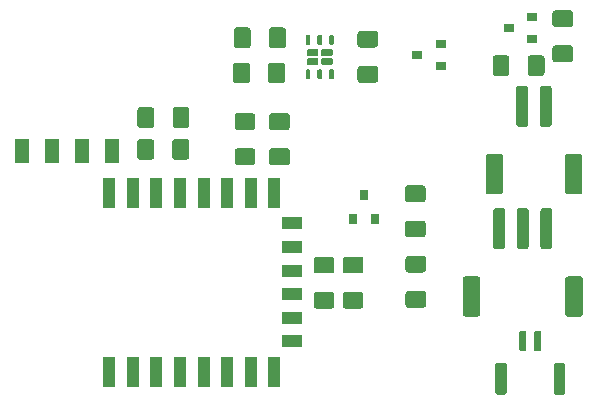
<source format=gbr>
G04 #@! TF.GenerationSoftware,KiCad,Pcbnew,(5.1.5-0-10_14)*
G04 #@! TF.CreationDate,2021-02-22T05:02:42+00:00*
G04 #@! TF.ProjectId,esp12f-si7021,65737031-3266-42d7-9369-373032312e6b,rev?*
G04 #@! TF.SameCoordinates,Original*
G04 #@! TF.FileFunction,Paste,Top*
G04 #@! TF.FilePolarity,Positive*
%FSLAX46Y46*%
G04 Gerber Fmt 4.6, Leading zero omitted, Abs format (unit mm)*
G04 Created by KiCad (PCBNEW (5.1.5-0-10_14)) date 2021-02-22 05:02:42*
%MOMM*%
%LPD*%
G04 APERTURE LIST*
%ADD10R,1.270000X2.000000*%
%ADD11C,0.100000*%
%ADD12R,1.000000X2.500000*%
%ADD13R,1.800000X1.000000*%
%ADD14R,0.900000X0.800000*%
%ADD15R,0.800000X0.900000*%
G04 APERTURE END LIST*
D10*
X22895560Y-26217440D03*
X20355560Y-26217440D03*
X17815560Y-26217440D03*
X15275560Y-26217440D03*
D11*
G36*
X62568064Y-36821724D02*
G01*
X62592333Y-36825324D01*
X62616131Y-36831285D01*
X62639231Y-36839550D01*
X62661409Y-36850040D01*
X62682453Y-36862653D01*
X62702158Y-36877267D01*
X62720337Y-36893743D01*
X62736813Y-36911922D01*
X62751427Y-36931627D01*
X62764040Y-36952671D01*
X62774530Y-36974849D01*
X62782795Y-36997949D01*
X62788756Y-37021747D01*
X62792356Y-37046016D01*
X62793560Y-37070520D01*
X62793560Y-39970520D01*
X62792356Y-39995024D01*
X62788756Y-40019293D01*
X62782795Y-40043091D01*
X62774530Y-40066191D01*
X62764040Y-40088369D01*
X62751427Y-40109413D01*
X62736813Y-40129118D01*
X62720337Y-40147297D01*
X62702158Y-40163773D01*
X62682453Y-40178387D01*
X62661409Y-40191000D01*
X62639231Y-40201490D01*
X62616131Y-40209755D01*
X62592333Y-40215716D01*
X62568064Y-40219316D01*
X62543560Y-40220520D01*
X61543560Y-40220520D01*
X61519056Y-40219316D01*
X61494787Y-40215716D01*
X61470989Y-40209755D01*
X61447889Y-40201490D01*
X61425711Y-40191000D01*
X61404667Y-40178387D01*
X61384962Y-40163773D01*
X61366783Y-40147297D01*
X61350307Y-40129118D01*
X61335693Y-40109413D01*
X61323080Y-40088369D01*
X61312590Y-40066191D01*
X61304325Y-40043091D01*
X61298364Y-40019293D01*
X61294764Y-39995024D01*
X61293560Y-39970520D01*
X61293560Y-37070520D01*
X61294764Y-37046016D01*
X61298364Y-37021747D01*
X61304325Y-36997949D01*
X61312590Y-36974849D01*
X61323080Y-36952671D01*
X61335693Y-36931627D01*
X61350307Y-36911922D01*
X61366783Y-36893743D01*
X61384962Y-36877267D01*
X61404667Y-36862653D01*
X61425711Y-36850040D01*
X61447889Y-36839550D01*
X61470989Y-36831285D01*
X61494787Y-36825324D01*
X61519056Y-36821724D01*
X61543560Y-36820520D01*
X62543560Y-36820520D01*
X62568064Y-36821724D01*
G37*
G36*
X53868064Y-36821724D02*
G01*
X53892333Y-36825324D01*
X53916131Y-36831285D01*
X53939231Y-36839550D01*
X53961409Y-36850040D01*
X53982453Y-36862653D01*
X54002158Y-36877267D01*
X54020337Y-36893743D01*
X54036813Y-36911922D01*
X54051427Y-36931627D01*
X54064040Y-36952671D01*
X54074530Y-36974849D01*
X54082795Y-36997949D01*
X54088756Y-37021747D01*
X54092356Y-37046016D01*
X54093560Y-37070520D01*
X54093560Y-39970520D01*
X54092356Y-39995024D01*
X54088756Y-40019293D01*
X54082795Y-40043091D01*
X54074530Y-40066191D01*
X54064040Y-40088369D01*
X54051427Y-40109413D01*
X54036813Y-40129118D01*
X54020337Y-40147297D01*
X54002158Y-40163773D01*
X53982453Y-40178387D01*
X53961409Y-40191000D01*
X53939231Y-40201490D01*
X53916131Y-40209755D01*
X53892333Y-40215716D01*
X53868064Y-40219316D01*
X53843560Y-40220520D01*
X52843560Y-40220520D01*
X52819056Y-40219316D01*
X52794787Y-40215716D01*
X52770989Y-40209755D01*
X52747889Y-40201490D01*
X52725711Y-40191000D01*
X52704667Y-40178387D01*
X52684962Y-40163773D01*
X52666783Y-40147297D01*
X52650307Y-40129118D01*
X52635693Y-40109413D01*
X52623080Y-40088369D01*
X52612590Y-40066191D01*
X52604325Y-40043091D01*
X52598364Y-40019293D01*
X52594764Y-39995024D01*
X52593560Y-39970520D01*
X52593560Y-37070520D01*
X52594764Y-37046016D01*
X52598364Y-37021747D01*
X52604325Y-36997949D01*
X52612590Y-36974849D01*
X52623080Y-36952671D01*
X52635693Y-36931627D01*
X52650307Y-36911922D01*
X52666783Y-36893743D01*
X52684962Y-36877267D01*
X52704667Y-36862653D01*
X52725711Y-36850040D01*
X52747889Y-36839550D01*
X52770989Y-36831285D01*
X52794787Y-36825324D01*
X52819056Y-36821724D01*
X52843560Y-36820520D01*
X53843560Y-36820520D01*
X53868064Y-36821724D01*
G37*
G36*
X59968064Y-31021724D02*
G01*
X59992333Y-31025324D01*
X60016131Y-31031285D01*
X60039231Y-31039550D01*
X60061409Y-31050040D01*
X60082453Y-31062653D01*
X60102158Y-31077267D01*
X60120337Y-31093743D01*
X60136813Y-31111922D01*
X60151427Y-31131627D01*
X60164040Y-31152671D01*
X60174530Y-31174849D01*
X60182795Y-31197949D01*
X60188756Y-31221747D01*
X60192356Y-31246016D01*
X60193560Y-31270520D01*
X60193560Y-34270520D01*
X60192356Y-34295024D01*
X60188756Y-34319293D01*
X60182795Y-34343091D01*
X60174530Y-34366191D01*
X60164040Y-34388369D01*
X60151427Y-34409413D01*
X60136813Y-34429118D01*
X60120337Y-34447297D01*
X60102158Y-34463773D01*
X60082453Y-34478387D01*
X60061409Y-34491000D01*
X60039231Y-34501490D01*
X60016131Y-34509755D01*
X59992333Y-34515716D01*
X59968064Y-34519316D01*
X59943560Y-34520520D01*
X59443560Y-34520520D01*
X59419056Y-34519316D01*
X59394787Y-34515716D01*
X59370989Y-34509755D01*
X59347889Y-34501490D01*
X59325711Y-34491000D01*
X59304667Y-34478387D01*
X59284962Y-34463773D01*
X59266783Y-34447297D01*
X59250307Y-34429118D01*
X59235693Y-34409413D01*
X59223080Y-34388369D01*
X59212590Y-34366191D01*
X59204325Y-34343091D01*
X59198364Y-34319293D01*
X59194764Y-34295024D01*
X59193560Y-34270520D01*
X59193560Y-31270520D01*
X59194764Y-31246016D01*
X59198364Y-31221747D01*
X59204325Y-31197949D01*
X59212590Y-31174849D01*
X59223080Y-31152671D01*
X59235693Y-31131627D01*
X59250307Y-31111922D01*
X59266783Y-31093743D01*
X59284962Y-31077267D01*
X59304667Y-31062653D01*
X59325711Y-31050040D01*
X59347889Y-31039550D01*
X59370989Y-31031285D01*
X59394787Y-31025324D01*
X59419056Y-31021724D01*
X59443560Y-31020520D01*
X59943560Y-31020520D01*
X59968064Y-31021724D01*
G37*
G36*
X57968064Y-31021724D02*
G01*
X57992333Y-31025324D01*
X58016131Y-31031285D01*
X58039231Y-31039550D01*
X58061409Y-31050040D01*
X58082453Y-31062653D01*
X58102158Y-31077267D01*
X58120337Y-31093743D01*
X58136813Y-31111922D01*
X58151427Y-31131627D01*
X58164040Y-31152671D01*
X58174530Y-31174849D01*
X58182795Y-31197949D01*
X58188756Y-31221747D01*
X58192356Y-31246016D01*
X58193560Y-31270520D01*
X58193560Y-34270520D01*
X58192356Y-34295024D01*
X58188756Y-34319293D01*
X58182795Y-34343091D01*
X58174530Y-34366191D01*
X58164040Y-34388369D01*
X58151427Y-34409413D01*
X58136813Y-34429118D01*
X58120337Y-34447297D01*
X58102158Y-34463773D01*
X58082453Y-34478387D01*
X58061409Y-34491000D01*
X58039231Y-34501490D01*
X58016131Y-34509755D01*
X57992333Y-34515716D01*
X57968064Y-34519316D01*
X57943560Y-34520520D01*
X57443560Y-34520520D01*
X57419056Y-34519316D01*
X57394787Y-34515716D01*
X57370989Y-34509755D01*
X57347889Y-34501490D01*
X57325711Y-34491000D01*
X57304667Y-34478387D01*
X57284962Y-34463773D01*
X57266783Y-34447297D01*
X57250307Y-34429118D01*
X57235693Y-34409413D01*
X57223080Y-34388369D01*
X57212590Y-34366191D01*
X57204325Y-34343091D01*
X57198364Y-34319293D01*
X57194764Y-34295024D01*
X57193560Y-34270520D01*
X57193560Y-31270520D01*
X57194764Y-31246016D01*
X57198364Y-31221747D01*
X57204325Y-31197949D01*
X57212590Y-31174849D01*
X57223080Y-31152671D01*
X57235693Y-31131627D01*
X57250307Y-31111922D01*
X57266783Y-31093743D01*
X57284962Y-31077267D01*
X57304667Y-31062653D01*
X57325711Y-31050040D01*
X57347889Y-31039550D01*
X57370989Y-31031285D01*
X57394787Y-31025324D01*
X57419056Y-31021724D01*
X57443560Y-31020520D01*
X57943560Y-31020520D01*
X57968064Y-31021724D01*
G37*
G36*
X55968064Y-31021724D02*
G01*
X55992333Y-31025324D01*
X56016131Y-31031285D01*
X56039231Y-31039550D01*
X56061409Y-31050040D01*
X56082453Y-31062653D01*
X56102158Y-31077267D01*
X56120337Y-31093743D01*
X56136813Y-31111922D01*
X56151427Y-31131627D01*
X56164040Y-31152671D01*
X56174530Y-31174849D01*
X56182795Y-31197949D01*
X56188756Y-31221747D01*
X56192356Y-31246016D01*
X56193560Y-31270520D01*
X56193560Y-34270520D01*
X56192356Y-34295024D01*
X56188756Y-34319293D01*
X56182795Y-34343091D01*
X56174530Y-34366191D01*
X56164040Y-34388369D01*
X56151427Y-34409413D01*
X56136813Y-34429118D01*
X56120337Y-34447297D01*
X56102158Y-34463773D01*
X56082453Y-34478387D01*
X56061409Y-34491000D01*
X56039231Y-34501490D01*
X56016131Y-34509755D01*
X55992333Y-34515716D01*
X55968064Y-34519316D01*
X55943560Y-34520520D01*
X55443560Y-34520520D01*
X55419056Y-34519316D01*
X55394787Y-34515716D01*
X55370989Y-34509755D01*
X55347889Y-34501490D01*
X55325711Y-34491000D01*
X55304667Y-34478387D01*
X55284962Y-34463773D01*
X55266783Y-34447297D01*
X55250307Y-34429118D01*
X55235693Y-34409413D01*
X55223080Y-34388369D01*
X55212590Y-34366191D01*
X55204325Y-34343091D01*
X55198364Y-34319293D01*
X55194764Y-34295024D01*
X55193560Y-34270520D01*
X55193560Y-31270520D01*
X55194764Y-31246016D01*
X55198364Y-31221747D01*
X55204325Y-31197949D01*
X55212590Y-31174849D01*
X55223080Y-31152671D01*
X55235693Y-31131627D01*
X55250307Y-31111922D01*
X55266783Y-31093743D01*
X55284962Y-31077267D01*
X55304667Y-31062653D01*
X55325711Y-31050040D01*
X55347889Y-31039550D01*
X55370989Y-31031285D01*
X55394787Y-31025324D01*
X55419056Y-31021724D01*
X55443560Y-31020520D01*
X55943560Y-31020520D01*
X55968064Y-31021724D01*
G37*
G36*
X59311524Y-18099564D02*
G01*
X59335793Y-18103164D01*
X59359591Y-18109125D01*
X59382691Y-18117390D01*
X59404869Y-18127880D01*
X59425913Y-18140493D01*
X59445618Y-18155107D01*
X59463797Y-18171583D01*
X59480273Y-18189762D01*
X59494887Y-18209467D01*
X59507500Y-18230511D01*
X59517990Y-18252689D01*
X59526255Y-18275789D01*
X59532216Y-18299587D01*
X59535816Y-18323856D01*
X59537020Y-18348360D01*
X59537020Y-19598360D01*
X59535816Y-19622864D01*
X59532216Y-19647133D01*
X59526255Y-19670931D01*
X59517990Y-19694031D01*
X59507500Y-19716209D01*
X59494887Y-19737253D01*
X59480273Y-19756958D01*
X59463797Y-19775137D01*
X59445618Y-19791613D01*
X59425913Y-19806227D01*
X59404869Y-19818840D01*
X59382691Y-19829330D01*
X59359591Y-19837595D01*
X59335793Y-19843556D01*
X59311524Y-19847156D01*
X59287020Y-19848360D01*
X58362020Y-19848360D01*
X58337516Y-19847156D01*
X58313247Y-19843556D01*
X58289449Y-19837595D01*
X58266349Y-19829330D01*
X58244171Y-19818840D01*
X58223127Y-19806227D01*
X58203422Y-19791613D01*
X58185243Y-19775137D01*
X58168767Y-19756958D01*
X58154153Y-19737253D01*
X58141540Y-19716209D01*
X58131050Y-19694031D01*
X58122785Y-19670931D01*
X58116824Y-19647133D01*
X58113224Y-19622864D01*
X58112020Y-19598360D01*
X58112020Y-18348360D01*
X58113224Y-18323856D01*
X58116824Y-18299587D01*
X58122785Y-18275789D01*
X58131050Y-18252689D01*
X58141540Y-18230511D01*
X58154153Y-18209467D01*
X58168767Y-18189762D01*
X58185243Y-18171583D01*
X58203422Y-18155107D01*
X58223127Y-18140493D01*
X58244171Y-18127880D01*
X58266349Y-18117390D01*
X58289449Y-18109125D01*
X58313247Y-18103164D01*
X58337516Y-18099564D01*
X58362020Y-18098360D01*
X59287020Y-18098360D01*
X59311524Y-18099564D01*
G37*
G36*
X56336524Y-18099564D02*
G01*
X56360793Y-18103164D01*
X56384591Y-18109125D01*
X56407691Y-18117390D01*
X56429869Y-18127880D01*
X56450913Y-18140493D01*
X56470618Y-18155107D01*
X56488797Y-18171583D01*
X56505273Y-18189762D01*
X56519887Y-18209467D01*
X56532500Y-18230511D01*
X56542990Y-18252689D01*
X56551255Y-18275789D01*
X56557216Y-18299587D01*
X56560816Y-18323856D01*
X56562020Y-18348360D01*
X56562020Y-19598360D01*
X56560816Y-19622864D01*
X56557216Y-19647133D01*
X56551255Y-19670931D01*
X56542990Y-19694031D01*
X56532500Y-19716209D01*
X56519887Y-19737253D01*
X56505273Y-19756958D01*
X56488797Y-19775137D01*
X56470618Y-19791613D01*
X56450913Y-19806227D01*
X56429869Y-19818840D01*
X56407691Y-19829330D01*
X56384591Y-19837595D01*
X56360793Y-19843556D01*
X56336524Y-19847156D01*
X56312020Y-19848360D01*
X55387020Y-19848360D01*
X55362516Y-19847156D01*
X55338247Y-19843556D01*
X55314449Y-19837595D01*
X55291349Y-19829330D01*
X55269171Y-19818840D01*
X55248127Y-19806227D01*
X55228422Y-19791613D01*
X55210243Y-19775137D01*
X55193767Y-19756958D01*
X55179153Y-19737253D01*
X55166540Y-19716209D01*
X55156050Y-19694031D01*
X55147785Y-19670931D01*
X55141824Y-19647133D01*
X55138224Y-19622864D01*
X55137020Y-19598360D01*
X55137020Y-18348360D01*
X55138224Y-18323856D01*
X55141824Y-18299587D01*
X55147785Y-18275789D01*
X55156050Y-18252689D01*
X55166540Y-18230511D01*
X55179153Y-18209467D01*
X55193767Y-18189762D01*
X55210243Y-18171583D01*
X55228422Y-18155107D01*
X55248127Y-18140493D01*
X55269171Y-18127880D01*
X55291349Y-18117390D01*
X55314449Y-18109125D01*
X55338247Y-18103164D01*
X55362516Y-18099564D01*
X55387020Y-18098360D01*
X56312020Y-18098360D01*
X56336524Y-18099564D01*
G37*
G36*
X61079104Y-44142164D02*
G01*
X61103373Y-44145764D01*
X61127171Y-44151725D01*
X61150271Y-44159990D01*
X61172449Y-44170480D01*
X61193493Y-44183093D01*
X61213198Y-44197707D01*
X61231377Y-44214183D01*
X61247853Y-44232362D01*
X61262467Y-44252067D01*
X61275080Y-44273111D01*
X61285570Y-44295289D01*
X61293835Y-44318389D01*
X61299796Y-44342187D01*
X61303396Y-44366456D01*
X61304600Y-44390960D01*
X61304600Y-46590960D01*
X61303396Y-46615464D01*
X61299796Y-46639733D01*
X61293835Y-46663531D01*
X61285570Y-46686631D01*
X61275080Y-46708809D01*
X61262467Y-46729853D01*
X61247853Y-46749558D01*
X61231377Y-46767737D01*
X61213198Y-46784213D01*
X61193493Y-46798827D01*
X61172449Y-46811440D01*
X61150271Y-46821930D01*
X61127171Y-46830195D01*
X61103373Y-46836156D01*
X61079104Y-46839756D01*
X61054600Y-46840960D01*
X60554600Y-46840960D01*
X60530096Y-46839756D01*
X60505827Y-46836156D01*
X60482029Y-46830195D01*
X60458929Y-46821930D01*
X60436751Y-46811440D01*
X60415707Y-46798827D01*
X60396002Y-46784213D01*
X60377823Y-46767737D01*
X60361347Y-46749558D01*
X60346733Y-46729853D01*
X60334120Y-46708809D01*
X60323630Y-46686631D01*
X60315365Y-46663531D01*
X60309404Y-46639733D01*
X60305804Y-46615464D01*
X60304600Y-46590960D01*
X60304600Y-44390960D01*
X60305804Y-44366456D01*
X60309404Y-44342187D01*
X60315365Y-44318389D01*
X60323630Y-44295289D01*
X60334120Y-44273111D01*
X60346733Y-44252067D01*
X60361347Y-44232362D01*
X60377823Y-44214183D01*
X60396002Y-44197707D01*
X60415707Y-44183093D01*
X60436751Y-44170480D01*
X60458929Y-44159990D01*
X60482029Y-44151725D01*
X60505827Y-44145764D01*
X60530096Y-44142164D01*
X60554600Y-44140960D01*
X61054600Y-44140960D01*
X61079104Y-44142164D01*
G37*
G36*
X56129104Y-44142164D02*
G01*
X56153373Y-44145764D01*
X56177171Y-44151725D01*
X56200271Y-44159990D01*
X56222449Y-44170480D01*
X56243493Y-44183093D01*
X56263198Y-44197707D01*
X56281377Y-44214183D01*
X56297853Y-44232362D01*
X56312467Y-44252067D01*
X56325080Y-44273111D01*
X56335570Y-44295289D01*
X56343835Y-44318389D01*
X56349796Y-44342187D01*
X56353396Y-44366456D01*
X56354600Y-44390960D01*
X56354600Y-46590960D01*
X56353396Y-46615464D01*
X56349796Y-46639733D01*
X56343835Y-46663531D01*
X56335570Y-46686631D01*
X56325080Y-46708809D01*
X56312467Y-46729853D01*
X56297853Y-46749558D01*
X56281377Y-46767737D01*
X56263198Y-46784213D01*
X56243493Y-46798827D01*
X56222449Y-46811440D01*
X56200271Y-46821930D01*
X56177171Y-46830195D01*
X56153373Y-46836156D01*
X56129104Y-46839756D01*
X56104600Y-46840960D01*
X55604600Y-46840960D01*
X55580096Y-46839756D01*
X55555827Y-46836156D01*
X55532029Y-46830195D01*
X55508929Y-46821930D01*
X55486751Y-46811440D01*
X55465707Y-46798827D01*
X55446002Y-46784213D01*
X55427823Y-46767737D01*
X55411347Y-46749558D01*
X55396733Y-46729853D01*
X55384120Y-46708809D01*
X55373630Y-46686631D01*
X55365365Y-46663531D01*
X55359404Y-46639733D01*
X55355804Y-46615464D01*
X55354600Y-46590960D01*
X55354600Y-44390960D01*
X55355804Y-44366456D01*
X55359404Y-44342187D01*
X55365365Y-44318389D01*
X55373630Y-44295289D01*
X55384120Y-44273111D01*
X55396733Y-44252067D01*
X55411347Y-44232362D01*
X55427823Y-44214183D01*
X55446002Y-44197707D01*
X55465707Y-44183093D01*
X55486751Y-44170480D01*
X55508929Y-44159990D01*
X55532029Y-44151725D01*
X55555827Y-44145764D01*
X55580096Y-44142164D01*
X55604600Y-44140960D01*
X56104600Y-44140960D01*
X56129104Y-44142164D01*
G37*
G36*
X59119303Y-41441682D02*
G01*
X59133864Y-41443842D01*
X59148143Y-41447419D01*
X59162003Y-41452378D01*
X59175310Y-41458672D01*
X59187936Y-41466240D01*
X59199759Y-41475008D01*
X59210666Y-41484894D01*
X59220552Y-41495801D01*
X59229320Y-41507624D01*
X59236888Y-41520250D01*
X59243182Y-41533557D01*
X59248141Y-41547417D01*
X59251718Y-41561696D01*
X59253878Y-41576257D01*
X59254600Y-41590960D01*
X59254600Y-42990960D01*
X59253878Y-43005663D01*
X59251718Y-43020224D01*
X59248141Y-43034503D01*
X59243182Y-43048363D01*
X59236888Y-43061670D01*
X59229320Y-43074296D01*
X59220552Y-43086119D01*
X59210666Y-43097026D01*
X59199759Y-43106912D01*
X59187936Y-43115680D01*
X59175310Y-43123248D01*
X59162003Y-43129542D01*
X59148143Y-43134501D01*
X59133864Y-43138078D01*
X59119303Y-43140238D01*
X59104600Y-43140960D01*
X58804600Y-43140960D01*
X58789897Y-43140238D01*
X58775336Y-43138078D01*
X58761057Y-43134501D01*
X58747197Y-43129542D01*
X58733890Y-43123248D01*
X58721264Y-43115680D01*
X58709441Y-43106912D01*
X58698534Y-43097026D01*
X58688648Y-43086119D01*
X58679880Y-43074296D01*
X58672312Y-43061670D01*
X58666018Y-43048363D01*
X58661059Y-43034503D01*
X58657482Y-43020224D01*
X58655322Y-43005663D01*
X58654600Y-42990960D01*
X58654600Y-41590960D01*
X58655322Y-41576257D01*
X58657482Y-41561696D01*
X58661059Y-41547417D01*
X58666018Y-41533557D01*
X58672312Y-41520250D01*
X58679880Y-41507624D01*
X58688648Y-41495801D01*
X58698534Y-41484894D01*
X58709441Y-41475008D01*
X58721264Y-41466240D01*
X58733890Y-41458672D01*
X58747197Y-41452378D01*
X58761057Y-41447419D01*
X58775336Y-41443842D01*
X58789897Y-41441682D01*
X58804600Y-41440960D01*
X59104600Y-41440960D01*
X59119303Y-41441682D01*
G37*
G36*
X57869303Y-41441682D02*
G01*
X57883864Y-41443842D01*
X57898143Y-41447419D01*
X57912003Y-41452378D01*
X57925310Y-41458672D01*
X57937936Y-41466240D01*
X57949759Y-41475008D01*
X57960666Y-41484894D01*
X57970552Y-41495801D01*
X57979320Y-41507624D01*
X57986888Y-41520250D01*
X57993182Y-41533557D01*
X57998141Y-41547417D01*
X58001718Y-41561696D01*
X58003878Y-41576257D01*
X58004600Y-41590960D01*
X58004600Y-42990960D01*
X58003878Y-43005663D01*
X58001718Y-43020224D01*
X57998141Y-43034503D01*
X57993182Y-43048363D01*
X57986888Y-43061670D01*
X57979320Y-43074296D01*
X57970552Y-43086119D01*
X57960666Y-43097026D01*
X57949759Y-43106912D01*
X57937936Y-43115680D01*
X57925310Y-43123248D01*
X57912003Y-43129542D01*
X57898143Y-43134501D01*
X57883864Y-43138078D01*
X57869303Y-43140238D01*
X57854600Y-43140960D01*
X57554600Y-43140960D01*
X57539897Y-43140238D01*
X57525336Y-43138078D01*
X57511057Y-43134501D01*
X57497197Y-43129542D01*
X57483890Y-43123248D01*
X57471264Y-43115680D01*
X57459441Y-43106912D01*
X57448534Y-43097026D01*
X57438648Y-43086119D01*
X57429880Y-43074296D01*
X57422312Y-43061670D01*
X57416018Y-43048363D01*
X57411059Y-43034503D01*
X57407482Y-43020224D01*
X57405322Y-43005663D01*
X57404600Y-42990960D01*
X57404600Y-41590960D01*
X57405322Y-41576257D01*
X57407482Y-41561696D01*
X57411059Y-41547417D01*
X57416018Y-41533557D01*
X57422312Y-41520250D01*
X57429880Y-41507624D01*
X57438648Y-41495801D01*
X57448534Y-41484894D01*
X57459441Y-41475008D01*
X57471264Y-41466240D01*
X57483890Y-41458672D01*
X57497197Y-41452378D01*
X57511057Y-41447419D01*
X57525336Y-41443842D01*
X57539897Y-41441682D01*
X57554600Y-41440960D01*
X57854600Y-41440960D01*
X57869303Y-41441682D01*
G37*
G36*
X62520304Y-26469364D02*
G01*
X62544573Y-26472964D01*
X62568371Y-26478925D01*
X62591471Y-26487190D01*
X62613649Y-26497680D01*
X62634693Y-26510293D01*
X62654398Y-26524907D01*
X62672577Y-26541383D01*
X62689053Y-26559562D01*
X62703667Y-26579267D01*
X62716280Y-26600311D01*
X62726770Y-26622489D01*
X62735035Y-26645589D01*
X62740996Y-26669387D01*
X62744596Y-26693656D01*
X62745800Y-26718160D01*
X62745800Y-29618160D01*
X62744596Y-29642664D01*
X62740996Y-29666933D01*
X62735035Y-29690731D01*
X62726770Y-29713831D01*
X62716280Y-29736009D01*
X62703667Y-29757053D01*
X62689053Y-29776758D01*
X62672577Y-29794937D01*
X62654398Y-29811413D01*
X62634693Y-29826027D01*
X62613649Y-29838640D01*
X62591471Y-29849130D01*
X62568371Y-29857395D01*
X62544573Y-29863356D01*
X62520304Y-29866956D01*
X62495800Y-29868160D01*
X61495800Y-29868160D01*
X61471296Y-29866956D01*
X61447027Y-29863356D01*
X61423229Y-29857395D01*
X61400129Y-29849130D01*
X61377951Y-29838640D01*
X61356907Y-29826027D01*
X61337202Y-29811413D01*
X61319023Y-29794937D01*
X61302547Y-29776758D01*
X61287933Y-29757053D01*
X61275320Y-29736009D01*
X61264830Y-29713831D01*
X61256565Y-29690731D01*
X61250604Y-29666933D01*
X61247004Y-29642664D01*
X61245800Y-29618160D01*
X61245800Y-26718160D01*
X61247004Y-26693656D01*
X61250604Y-26669387D01*
X61256565Y-26645589D01*
X61264830Y-26622489D01*
X61275320Y-26600311D01*
X61287933Y-26579267D01*
X61302547Y-26559562D01*
X61319023Y-26541383D01*
X61337202Y-26524907D01*
X61356907Y-26510293D01*
X61377951Y-26497680D01*
X61400129Y-26487190D01*
X61423229Y-26478925D01*
X61447027Y-26472964D01*
X61471296Y-26469364D01*
X61495800Y-26468160D01*
X62495800Y-26468160D01*
X62520304Y-26469364D01*
G37*
G36*
X55820304Y-26469364D02*
G01*
X55844573Y-26472964D01*
X55868371Y-26478925D01*
X55891471Y-26487190D01*
X55913649Y-26497680D01*
X55934693Y-26510293D01*
X55954398Y-26524907D01*
X55972577Y-26541383D01*
X55989053Y-26559562D01*
X56003667Y-26579267D01*
X56016280Y-26600311D01*
X56026770Y-26622489D01*
X56035035Y-26645589D01*
X56040996Y-26669387D01*
X56044596Y-26693656D01*
X56045800Y-26718160D01*
X56045800Y-29618160D01*
X56044596Y-29642664D01*
X56040996Y-29666933D01*
X56035035Y-29690731D01*
X56026770Y-29713831D01*
X56016280Y-29736009D01*
X56003667Y-29757053D01*
X55989053Y-29776758D01*
X55972577Y-29794937D01*
X55954398Y-29811413D01*
X55934693Y-29826027D01*
X55913649Y-29838640D01*
X55891471Y-29849130D01*
X55868371Y-29857395D01*
X55844573Y-29863356D01*
X55820304Y-29866956D01*
X55795800Y-29868160D01*
X54795800Y-29868160D01*
X54771296Y-29866956D01*
X54747027Y-29863356D01*
X54723229Y-29857395D01*
X54700129Y-29849130D01*
X54677951Y-29838640D01*
X54656907Y-29826027D01*
X54637202Y-29811413D01*
X54619023Y-29794937D01*
X54602547Y-29776758D01*
X54587933Y-29757053D01*
X54575320Y-29736009D01*
X54564830Y-29713831D01*
X54556565Y-29690731D01*
X54550604Y-29666933D01*
X54547004Y-29642664D01*
X54545800Y-29618160D01*
X54545800Y-26718160D01*
X54547004Y-26693656D01*
X54550604Y-26669387D01*
X54556565Y-26645589D01*
X54564830Y-26622489D01*
X54575320Y-26600311D01*
X54587933Y-26579267D01*
X54602547Y-26559562D01*
X54619023Y-26541383D01*
X54637202Y-26524907D01*
X54656907Y-26510293D01*
X54677951Y-26497680D01*
X54700129Y-26487190D01*
X54723229Y-26478925D01*
X54747027Y-26472964D01*
X54771296Y-26469364D01*
X54795800Y-26468160D01*
X55795800Y-26468160D01*
X55820304Y-26469364D01*
G37*
G36*
X59920304Y-20669364D02*
G01*
X59944573Y-20672964D01*
X59968371Y-20678925D01*
X59991471Y-20687190D01*
X60013649Y-20697680D01*
X60034693Y-20710293D01*
X60054398Y-20724907D01*
X60072577Y-20741383D01*
X60089053Y-20759562D01*
X60103667Y-20779267D01*
X60116280Y-20800311D01*
X60126770Y-20822489D01*
X60135035Y-20845589D01*
X60140996Y-20869387D01*
X60144596Y-20893656D01*
X60145800Y-20918160D01*
X60145800Y-23918160D01*
X60144596Y-23942664D01*
X60140996Y-23966933D01*
X60135035Y-23990731D01*
X60126770Y-24013831D01*
X60116280Y-24036009D01*
X60103667Y-24057053D01*
X60089053Y-24076758D01*
X60072577Y-24094937D01*
X60054398Y-24111413D01*
X60034693Y-24126027D01*
X60013649Y-24138640D01*
X59991471Y-24149130D01*
X59968371Y-24157395D01*
X59944573Y-24163356D01*
X59920304Y-24166956D01*
X59895800Y-24168160D01*
X59395800Y-24168160D01*
X59371296Y-24166956D01*
X59347027Y-24163356D01*
X59323229Y-24157395D01*
X59300129Y-24149130D01*
X59277951Y-24138640D01*
X59256907Y-24126027D01*
X59237202Y-24111413D01*
X59219023Y-24094937D01*
X59202547Y-24076758D01*
X59187933Y-24057053D01*
X59175320Y-24036009D01*
X59164830Y-24013831D01*
X59156565Y-23990731D01*
X59150604Y-23966933D01*
X59147004Y-23942664D01*
X59145800Y-23918160D01*
X59145800Y-20918160D01*
X59147004Y-20893656D01*
X59150604Y-20869387D01*
X59156565Y-20845589D01*
X59164830Y-20822489D01*
X59175320Y-20800311D01*
X59187933Y-20779267D01*
X59202547Y-20759562D01*
X59219023Y-20741383D01*
X59237202Y-20724907D01*
X59256907Y-20710293D01*
X59277951Y-20697680D01*
X59300129Y-20687190D01*
X59323229Y-20678925D01*
X59347027Y-20672964D01*
X59371296Y-20669364D01*
X59395800Y-20668160D01*
X59895800Y-20668160D01*
X59920304Y-20669364D01*
G37*
G36*
X57920304Y-20669364D02*
G01*
X57944573Y-20672964D01*
X57968371Y-20678925D01*
X57991471Y-20687190D01*
X58013649Y-20697680D01*
X58034693Y-20710293D01*
X58054398Y-20724907D01*
X58072577Y-20741383D01*
X58089053Y-20759562D01*
X58103667Y-20779267D01*
X58116280Y-20800311D01*
X58126770Y-20822489D01*
X58135035Y-20845589D01*
X58140996Y-20869387D01*
X58144596Y-20893656D01*
X58145800Y-20918160D01*
X58145800Y-23918160D01*
X58144596Y-23942664D01*
X58140996Y-23966933D01*
X58135035Y-23990731D01*
X58126770Y-24013831D01*
X58116280Y-24036009D01*
X58103667Y-24057053D01*
X58089053Y-24076758D01*
X58072577Y-24094937D01*
X58054398Y-24111413D01*
X58034693Y-24126027D01*
X58013649Y-24138640D01*
X57991471Y-24149130D01*
X57968371Y-24157395D01*
X57944573Y-24163356D01*
X57920304Y-24166956D01*
X57895800Y-24168160D01*
X57395800Y-24168160D01*
X57371296Y-24166956D01*
X57347027Y-24163356D01*
X57323229Y-24157395D01*
X57300129Y-24149130D01*
X57277951Y-24138640D01*
X57256907Y-24126027D01*
X57237202Y-24111413D01*
X57219023Y-24094937D01*
X57202547Y-24076758D01*
X57187933Y-24057053D01*
X57175320Y-24036009D01*
X57164830Y-24013831D01*
X57156565Y-23990731D01*
X57150604Y-23966933D01*
X57147004Y-23942664D01*
X57145800Y-23918160D01*
X57145800Y-20918160D01*
X57147004Y-20893656D01*
X57150604Y-20869387D01*
X57156565Y-20845589D01*
X57164830Y-20822489D01*
X57175320Y-20800311D01*
X57187933Y-20779267D01*
X57202547Y-20759562D01*
X57219023Y-20741383D01*
X57237202Y-20724907D01*
X57256907Y-20710293D01*
X57277951Y-20697680D01*
X57300129Y-20687190D01*
X57323229Y-20678925D01*
X57347027Y-20672964D01*
X57371296Y-20669364D01*
X57395800Y-20668160D01*
X57895800Y-20668160D01*
X57920304Y-20669364D01*
G37*
D12*
X22670000Y-29722000D03*
X24670000Y-29722000D03*
X26670000Y-29722000D03*
X28670000Y-29722000D03*
X30670000Y-29722000D03*
X32670000Y-29722000D03*
X34670000Y-29722000D03*
X36670000Y-29722000D03*
D13*
X38170000Y-32322000D03*
X38170000Y-34322000D03*
X38170000Y-36322000D03*
X38170000Y-38322000D03*
X38170000Y-40322000D03*
X38170000Y-42322000D03*
D12*
X36670000Y-44922000D03*
X34670000Y-44922000D03*
X32670000Y-44922000D03*
X30670000Y-44922000D03*
X28670000Y-44922000D03*
X26670000Y-44922000D03*
X24670000Y-44922000D03*
X22670000Y-44922000D03*
D11*
G36*
X37743664Y-23001704D02*
G01*
X37767933Y-23005304D01*
X37791731Y-23011265D01*
X37814831Y-23019530D01*
X37837009Y-23030020D01*
X37858053Y-23042633D01*
X37877758Y-23057247D01*
X37895937Y-23073723D01*
X37912413Y-23091902D01*
X37927027Y-23111607D01*
X37939640Y-23132651D01*
X37950130Y-23154829D01*
X37958395Y-23177929D01*
X37964356Y-23201727D01*
X37967956Y-23225996D01*
X37969160Y-23250500D01*
X37969160Y-24175500D01*
X37967956Y-24200004D01*
X37964356Y-24224273D01*
X37958395Y-24248071D01*
X37950130Y-24271171D01*
X37939640Y-24293349D01*
X37927027Y-24314393D01*
X37912413Y-24334098D01*
X37895937Y-24352277D01*
X37877758Y-24368753D01*
X37858053Y-24383367D01*
X37837009Y-24395980D01*
X37814831Y-24406470D01*
X37791731Y-24414735D01*
X37767933Y-24420696D01*
X37743664Y-24424296D01*
X37719160Y-24425500D01*
X36469160Y-24425500D01*
X36444656Y-24424296D01*
X36420387Y-24420696D01*
X36396589Y-24414735D01*
X36373489Y-24406470D01*
X36351311Y-24395980D01*
X36330267Y-24383367D01*
X36310562Y-24368753D01*
X36292383Y-24352277D01*
X36275907Y-24334098D01*
X36261293Y-24314393D01*
X36248680Y-24293349D01*
X36238190Y-24271171D01*
X36229925Y-24248071D01*
X36223964Y-24224273D01*
X36220364Y-24200004D01*
X36219160Y-24175500D01*
X36219160Y-23250500D01*
X36220364Y-23225996D01*
X36223964Y-23201727D01*
X36229925Y-23177929D01*
X36238190Y-23154829D01*
X36248680Y-23132651D01*
X36261293Y-23111607D01*
X36275907Y-23091902D01*
X36292383Y-23073723D01*
X36310562Y-23057247D01*
X36330267Y-23042633D01*
X36351311Y-23030020D01*
X36373489Y-23019530D01*
X36396589Y-23011265D01*
X36420387Y-23005304D01*
X36444656Y-23001704D01*
X36469160Y-23000500D01*
X37719160Y-23000500D01*
X37743664Y-23001704D01*
G37*
G36*
X37743664Y-25976704D02*
G01*
X37767933Y-25980304D01*
X37791731Y-25986265D01*
X37814831Y-25994530D01*
X37837009Y-26005020D01*
X37858053Y-26017633D01*
X37877758Y-26032247D01*
X37895937Y-26048723D01*
X37912413Y-26066902D01*
X37927027Y-26086607D01*
X37939640Y-26107651D01*
X37950130Y-26129829D01*
X37958395Y-26152929D01*
X37964356Y-26176727D01*
X37967956Y-26200996D01*
X37969160Y-26225500D01*
X37969160Y-27150500D01*
X37967956Y-27175004D01*
X37964356Y-27199273D01*
X37958395Y-27223071D01*
X37950130Y-27246171D01*
X37939640Y-27268349D01*
X37927027Y-27289393D01*
X37912413Y-27309098D01*
X37895937Y-27327277D01*
X37877758Y-27343753D01*
X37858053Y-27358367D01*
X37837009Y-27370980D01*
X37814831Y-27381470D01*
X37791731Y-27389735D01*
X37767933Y-27395696D01*
X37743664Y-27399296D01*
X37719160Y-27400500D01*
X36469160Y-27400500D01*
X36444656Y-27399296D01*
X36420387Y-27395696D01*
X36396589Y-27389735D01*
X36373489Y-27381470D01*
X36351311Y-27370980D01*
X36330267Y-27358367D01*
X36310562Y-27343753D01*
X36292383Y-27327277D01*
X36275907Y-27309098D01*
X36261293Y-27289393D01*
X36248680Y-27268349D01*
X36238190Y-27246171D01*
X36229925Y-27223071D01*
X36223964Y-27199273D01*
X36220364Y-27175004D01*
X36219160Y-27150500D01*
X36219160Y-26225500D01*
X36220364Y-26200996D01*
X36223964Y-26176727D01*
X36229925Y-26152929D01*
X36238190Y-26129829D01*
X36248680Y-26107651D01*
X36261293Y-26086607D01*
X36275907Y-26066902D01*
X36292383Y-26048723D01*
X36310562Y-26032247D01*
X36330267Y-26017633D01*
X36351311Y-26005020D01*
X36373489Y-25994530D01*
X36396589Y-25986265D01*
X36420387Y-25980304D01*
X36444656Y-25976704D01*
X36469160Y-25975500D01*
X37719160Y-25975500D01*
X37743664Y-25976704D01*
G37*
D14*
X48749200Y-18074200D03*
X50749200Y-17124200D03*
X50749200Y-19024200D03*
D11*
G36*
X37331304Y-18711704D02*
G01*
X37355573Y-18715304D01*
X37379371Y-18721265D01*
X37402471Y-18729530D01*
X37424649Y-18740020D01*
X37445693Y-18752633D01*
X37465398Y-18767247D01*
X37483577Y-18783723D01*
X37500053Y-18801902D01*
X37514667Y-18821607D01*
X37527280Y-18842651D01*
X37537770Y-18864829D01*
X37546035Y-18887929D01*
X37551996Y-18911727D01*
X37555596Y-18935996D01*
X37556800Y-18960500D01*
X37556800Y-20210500D01*
X37555596Y-20235004D01*
X37551996Y-20259273D01*
X37546035Y-20283071D01*
X37537770Y-20306171D01*
X37527280Y-20328349D01*
X37514667Y-20349393D01*
X37500053Y-20369098D01*
X37483577Y-20387277D01*
X37465398Y-20403753D01*
X37445693Y-20418367D01*
X37424649Y-20430980D01*
X37402471Y-20441470D01*
X37379371Y-20449735D01*
X37355573Y-20455696D01*
X37331304Y-20459296D01*
X37306800Y-20460500D01*
X36381800Y-20460500D01*
X36357296Y-20459296D01*
X36333027Y-20455696D01*
X36309229Y-20449735D01*
X36286129Y-20441470D01*
X36263951Y-20430980D01*
X36242907Y-20418367D01*
X36223202Y-20403753D01*
X36205023Y-20387277D01*
X36188547Y-20369098D01*
X36173933Y-20349393D01*
X36161320Y-20328349D01*
X36150830Y-20306171D01*
X36142565Y-20283071D01*
X36136604Y-20259273D01*
X36133004Y-20235004D01*
X36131800Y-20210500D01*
X36131800Y-18960500D01*
X36133004Y-18935996D01*
X36136604Y-18911727D01*
X36142565Y-18887929D01*
X36150830Y-18864829D01*
X36161320Y-18842651D01*
X36173933Y-18821607D01*
X36188547Y-18801902D01*
X36205023Y-18783723D01*
X36223202Y-18767247D01*
X36242907Y-18752633D01*
X36263951Y-18740020D01*
X36286129Y-18729530D01*
X36309229Y-18721265D01*
X36333027Y-18715304D01*
X36357296Y-18711704D01*
X36381800Y-18710500D01*
X37306800Y-18710500D01*
X37331304Y-18711704D01*
G37*
G36*
X34356304Y-18711704D02*
G01*
X34380573Y-18715304D01*
X34404371Y-18721265D01*
X34427471Y-18729530D01*
X34449649Y-18740020D01*
X34470693Y-18752633D01*
X34490398Y-18767247D01*
X34508577Y-18783723D01*
X34525053Y-18801902D01*
X34539667Y-18821607D01*
X34552280Y-18842651D01*
X34562770Y-18864829D01*
X34571035Y-18887929D01*
X34576996Y-18911727D01*
X34580596Y-18935996D01*
X34581800Y-18960500D01*
X34581800Y-20210500D01*
X34580596Y-20235004D01*
X34576996Y-20259273D01*
X34571035Y-20283071D01*
X34562770Y-20306171D01*
X34552280Y-20328349D01*
X34539667Y-20349393D01*
X34525053Y-20369098D01*
X34508577Y-20387277D01*
X34490398Y-20403753D01*
X34470693Y-20418367D01*
X34449649Y-20430980D01*
X34427471Y-20441470D01*
X34404371Y-20449735D01*
X34380573Y-20455696D01*
X34356304Y-20459296D01*
X34331800Y-20460500D01*
X33406800Y-20460500D01*
X33382296Y-20459296D01*
X33358027Y-20455696D01*
X33334229Y-20449735D01*
X33311129Y-20441470D01*
X33288951Y-20430980D01*
X33267907Y-20418367D01*
X33248202Y-20403753D01*
X33230023Y-20387277D01*
X33213547Y-20369098D01*
X33198933Y-20349393D01*
X33186320Y-20328349D01*
X33175830Y-20306171D01*
X33167565Y-20283071D01*
X33161604Y-20259273D01*
X33158004Y-20235004D01*
X33156800Y-20210500D01*
X33156800Y-18960500D01*
X33158004Y-18935996D01*
X33161604Y-18911727D01*
X33167565Y-18887929D01*
X33175830Y-18864829D01*
X33186320Y-18842651D01*
X33198933Y-18821607D01*
X33213547Y-18801902D01*
X33230023Y-18783723D01*
X33248202Y-18767247D01*
X33267907Y-18752633D01*
X33288951Y-18740020D01*
X33311129Y-18729530D01*
X33334229Y-18721265D01*
X33358027Y-18715304D01*
X33382296Y-18711704D01*
X33406800Y-18710500D01*
X34331800Y-18710500D01*
X34356304Y-18711704D01*
G37*
G36*
X37409104Y-15739904D02*
G01*
X37433373Y-15743504D01*
X37457171Y-15749465D01*
X37480271Y-15757730D01*
X37502449Y-15768220D01*
X37523493Y-15780833D01*
X37543198Y-15795447D01*
X37561377Y-15811923D01*
X37577853Y-15830102D01*
X37592467Y-15849807D01*
X37605080Y-15870851D01*
X37615570Y-15893029D01*
X37623835Y-15916129D01*
X37629796Y-15939927D01*
X37633396Y-15964196D01*
X37634600Y-15988700D01*
X37634600Y-17238700D01*
X37633396Y-17263204D01*
X37629796Y-17287473D01*
X37623835Y-17311271D01*
X37615570Y-17334371D01*
X37605080Y-17356549D01*
X37592467Y-17377593D01*
X37577853Y-17397298D01*
X37561377Y-17415477D01*
X37543198Y-17431953D01*
X37523493Y-17446567D01*
X37502449Y-17459180D01*
X37480271Y-17469670D01*
X37457171Y-17477935D01*
X37433373Y-17483896D01*
X37409104Y-17487496D01*
X37384600Y-17488700D01*
X36459600Y-17488700D01*
X36435096Y-17487496D01*
X36410827Y-17483896D01*
X36387029Y-17477935D01*
X36363929Y-17469670D01*
X36341751Y-17459180D01*
X36320707Y-17446567D01*
X36301002Y-17431953D01*
X36282823Y-17415477D01*
X36266347Y-17397298D01*
X36251733Y-17377593D01*
X36239120Y-17356549D01*
X36228630Y-17334371D01*
X36220365Y-17311271D01*
X36214404Y-17287473D01*
X36210804Y-17263204D01*
X36209600Y-17238700D01*
X36209600Y-15988700D01*
X36210804Y-15964196D01*
X36214404Y-15939927D01*
X36220365Y-15916129D01*
X36228630Y-15893029D01*
X36239120Y-15870851D01*
X36251733Y-15849807D01*
X36266347Y-15830102D01*
X36282823Y-15811923D01*
X36301002Y-15795447D01*
X36320707Y-15780833D01*
X36341751Y-15768220D01*
X36363929Y-15757730D01*
X36387029Y-15749465D01*
X36410827Y-15743504D01*
X36435096Y-15739904D01*
X36459600Y-15738700D01*
X37384600Y-15738700D01*
X37409104Y-15739904D01*
G37*
G36*
X34434104Y-15739904D02*
G01*
X34458373Y-15743504D01*
X34482171Y-15749465D01*
X34505271Y-15757730D01*
X34527449Y-15768220D01*
X34548493Y-15780833D01*
X34568198Y-15795447D01*
X34586377Y-15811923D01*
X34602853Y-15830102D01*
X34617467Y-15849807D01*
X34630080Y-15870851D01*
X34640570Y-15893029D01*
X34648835Y-15916129D01*
X34654796Y-15939927D01*
X34658396Y-15964196D01*
X34659600Y-15988700D01*
X34659600Y-17238700D01*
X34658396Y-17263204D01*
X34654796Y-17287473D01*
X34648835Y-17311271D01*
X34640570Y-17334371D01*
X34630080Y-17356549D01*
X34617467Y-17377593D01*
X34602853Y-17397298D01*
X34586377Y-17415477D01*
X34568198Y-17431953D01*
X34548493Y-17446567D01*
X34527449Y-17459180D01*
X34505271Y-17469670D01*
X34482171Y-17477935D01*
X34458373Y-17483896D01*
X34434104Y-17487496D01*
X34409600Y-17488700D01*
X33484600Y-17488700D01*
X33460096Y-17487496D01*
X33435827Y-17483896D01*
X33412029Y-17477935D01*
X33388929Y-17469670D01*
X33366751Y-17459180D01*
X33345707Y-17446567D01*
X33326002Y-17431953D01*
X33307823Y-17415477D01*
X33291347Y-17397298D01*
X33276733Y-17377593D01*
X33264120Y-17356549D01*
X33253630Y-17334371D01*
X33245365Y-17311271D01*
X33239404Y-17287473D01*
X33235804Y-17263204D01*
X33234600Y-17238700D01*
X33234600Y-15988700D01*
X33235804Y-15964196D01*
X33239404Y-15939927D01*
X33245365Y-15916129D01*
X33253630Y-15893029D01*
X33264120Y-15870851D01*
X33276733Y-15849807D01*
X33291347Y-15830102D01*
X33307823Y-15811923D01*
X33326002Y-15795447D01*
X33345707Y-15780833D01*
X33366751Y-15768220D01*
X33388929Y-15757730D01*
X33412029Y-15749465D01*
X33435827Y-15743504D01*
X33460096Y-15739904D01*
X33484600Y-15738700D01*
X34409600Y-15738700D01*
X34434104Y-15739904D01*
G37*
G36*
X34822664Y-25976704D02*
G01*
X34846933Y-25980304D01*
X34870731Y-25986265D01*
X34893831Y-25994530D01*
X34916009Y-26005020D01*
X34937053Y-26017633D01*
X34956758Y-26032247D01*
X34974937Y-26048723D01*
X34991413Y-26066902D01*
X35006027Y-26086607D01*
X35018640Y-26107651D01*
X35029130Y-26129829D01*
X35037395Y-26152929D01*
X35043356Y-26176727D01*
X35046956Y-26200996D01*
X35048160Y-26225500D01*
X35048160Y-27150500D01*
X35046956Y-27175004D01*
X35043356Y-27199273D01*
X35037395Y-27223071D01*
X35029130Y-27246171D01*
X35018640Y-27268349D01*
X35006027Y-27289393D01*
X34991413Y-27309098D01*
X34974937Y-27327277D01*
X34956758Y-27343753D01*
X34937053Y-27358367D01*
X34916009Y-27370980D01*
X34893831Y-27381470D01*
X34870731Y-27389735D01*
X34846933Y-27395696D01*
X34822664Y-27399296D01*
X34798160Y-27400500D01*
X33548160Y-27400500D01*
X33523656Y-27399296D01*
X33499387Y-27395696D01*
X33475589Y-27389735D01*
X33452489Y-27381470D01*
X33430311Y-27370980D01*
X33409267Y-27358367D01*
X33389562Y-27343753D01*
X33371383Y-27327277D01*
X33354907Y-27309098D01*
X33340293Y-27289393D01*
X33327680Y-27268349D01*
X33317190Y-27246171D01*
X33308925Y-27223071D01*
X33302964Y-27199273D01*
X33299364Y-27175004D01*
X33298160Y-27150500D01*
X33298160Y-26225500D01*
X33299364Y-26200996D01*
X33302964Y-26176727D01*
X33308925Y-26152929D01*
X33317190Y-26129829D01*
X33327680Y-26107651D01*
X33340293Y-26086607D01*
X33354907Y-26066902D01*
X33371383Y-26048723D01*
X33389562Y-26032247D01*
X33409267Y-26017633D01*
X33430311Y-26005020D01*
X33452489Y-25994530D01*
X33475589Y-25986265D01*
X33499387Y-25980304D01*
X33523656Y-25976704D01*
X33548160Y-25975500D01*
X34798160Y-25975500D01*
X34822664Y-25976704D01*
G37*
G36*
X34822664Y-23001704D02*
G01*
X34846933Y-23005304D01*
X34870731Y-23011265D01*
X34893831Y-23019530D01*
X34916009Y-23030020D01*
X34937053Y-23042633D01*
X34956758Y-23057247D01*
X34974937Y-23073723D01*
X34991413Y-23091902D01*
X35006027Y-23111607D01*
X35018640Y-23132651D01*
X35029130Y-23154829D01*
X35037395Y-23177929D01*
X35043356Y-23201727D01*
X35046956Y-23225996D01*
X35048160Y-23250500D01*
X35048160Y-24175500D01*
X35046956Y-24200004D01*
X35043356Y-24224273D01*
X35037395Y-24248071D01*
X35029130Y-24271171D01*
X35018640Y-24293349D01*
X35006027Y-24314393D01*
X34991413Y-24334098D01*
X34974937Y-24352277D01*
X34956758Y-24368753D01*
X34937053Y-24383367D01*
X34916009Y-24395980D01*
X34893831Y-24406470D01*
X34870731Y-24414735D01*
X34846933Y-24420696D01*
X34822664Y-24424296D01*
X34798160Y-24425500D01*
X33548160Y-24425500D01*
X33523656Y-24424296D01*
X33499387Y-24420696D01*
X33475589Y-24414735D01*
X33452489Y-24406470D01*
X33430311Y-24395980D01*
X33409267Y-24383367D01*
X33389562Y-24368753D01*
X33371383Y-24352277D01*
X33354907Y-24334098D01*
X33340293Y-24314393D01*
X33327680Y-24293349D01*
X33317190Y-24271171D01*
X33308925Y-24248071D01*
X33302964Y-24224273D01*
X33299364Y-24200004D01*
X33298160Y-24175500D01*
X33298160Y-23250500D01*
X33299364Y-23225996D01*
X33302964Y-23201727D01*
X33308925Y-23177929D01*
X33317190Y-23154829D01*
X33327680Y-23132651D01*
X33340293Y-23111607D01*
X33354907Y-23091902D01*
X33371383Y-23073723D01*
X33389562Y-23057247D01*
X33409267Y-23042633D01*
X33430311Y-23030020D01*
X33452489Y-23019530D01*
X33475589Y-23011265D01*
X33499387Y-23005304D01*
X33523656Y-23001704D01*
X33548160Y-23000500D01*
X34798160Y-23000500D01*
X34822664Y-23001704D01*
G37*
G36*
X29224564Y-25191244D02*
G01*
X29248833Y-25194844D01*
X29272631Y-25200805D01*
X29295731Y-25209070D01*
X29317909Y-25219560D01*
X29338953Y-25232173D01*
X29358658Y-25246787D01*
X29376837Y-25263263D01*
X29393313Y-25281442D01*
X29407927Y-25301147D01*
X29420540Y-25322191D01*
X29431030Y-25344369D01*
X29439295Y-25367469D01*
X29445256Y-25391267D01*
X29448856Y-25415536D01*
X29450060Y-25440040D01*
X29450060Y-26690040D01*
X29448856Y-26714544D01*
X29445256Y-26738813D01*
X29439295Y-26762611D01*
X29431030Y-26785711D01*
X29420540Y-26807889D01*
X29407927Y-26828933D01*
X29393313Y-26848638D01*
X29376837Y-26866817D01*
X29358658Y-26883293D01*
X29338953Y-26897907D01*
X29317909Y-26910520D01*
X29295731Y-26921010D01*
X29272631Y-26929275D01*
X29248833Y-26935236D01*
X29224564Y-26938836D01*
X29200060Y-26940040D01*
X28275060Y-26940040D01*
X28250556Y-26938836D01*
X28226287Y-26935236D01*
X28202489Y-26929275D01*
X28179389Y-26921010D01*
X28157211Y-26910520D01*
X28136167Y-26897907D01*
X28116462Y-26883293D01*
X28098283Y-26866817D01*
X28081807Y-26848638D01*
X28067193Y-26828933D01*
X28054580Y-26807889D01*
X28044090Y-26785711D01*
X28035825Y-26762611D01*
X28029864Y-26738813D01*
X28026264Y-26714544D01*
X28025060Y-26690040D01*
X28025060Y-25440040D01*
X28026264Y-25415536D01*
X28029864Y-25391267D01*
X28035825Y-25367469D01*
X28044090Y-25344369D01*
X28054580Y-25322191D01*
X28067193Y-25301147D01*
X28081807Y-25281442D01*
X28098283Y-25263263D01*
X28116462Y-25246787D01*
X28136167Y-25232173D01*
X28157211Y-25219560D01*
X28179389Y-25209070D01*
X28202489Y-25200805D01*
X28226287Y-25194844D01*
X28250556Y-25191244D01*
X28275060Y-25190040D01*
X29200060Y-25190040D01*
X29224564Y-25191244D01*
G37*
G36*
X26249564Y-25191244D02*
G01*
X26273833Y-25194844D01*
X26297631Y-25200805D01*
X26320731Y-25209070D01*
X26342909Y-25219560D01*
X26363953Y-25232173D01*
X26383658Y-25246787D01*
X26401837Y-25263263D01*
X26418313Y-25281442D01*
X26432927Y-25301147D01*
X26445540Y-25322191D01*
X26456030Y-25344369D01*
X26464295Y-25367469D01*
X26470256Y-25391267D01*
X26473856Y-25415536D01*
X26475060Y-25440040D01*
X26475060Y-26690040D01*
X26473856Y-26714544D01*
X26470256Y-26738813D01*
X26464295Y-26762611D01*
X26456030Y-26785711D01*
X26445540Y-26807889D01*
X26432927Y-26828933D01*
X26418313Y-26848638D01*
X26401837Y-26866817D01*
X26383658Y-26883293D01*
X26363953Y-26897907D01*
X26342909Y-26910520D01*
X26320731Y-26921010D01*
X26297631Y-26929275D01*
X26273833Y-26935236D01*
X26249564Y-26938836D01*
X26225060Y-26940040D01*
X25300060Y-26940040D01*
X25275556Y-26938836D01*
X25251287Y-26935236D01*
X25227489Y-26929275D01*
X25204389Y-26921010D01*
X25182211Y-26910520D01*
X25161167Y-26897907D01*
X25141462Y-26883293D01*
X25123283Y-26866817D01*
X25106807Y-26848638D01*
X25092193Y-26828933D01*
X25079580Y-26807889D01*
X25069090Y-26785711D01*
X25060825Y-26762611D01*
X25054864Y-26738813D01*
X25051264Y-26714544D01*
X25050060Y-26690040D01*
X25050060Y-25440040D01*
X25051264Y-25415536D01*
X25054864Y-25391267D01*
X25060825Y-25367469D01*
X25069090Y-25344369D01*
X25079580Y-25322191D01*
X25092193Y-25301147D01*
X25106807Y-25281442D01*
X25123283Y-25263263D01*
X25141462Y-25246787D01*
X25161167Y-25232173D01*
X25182211Y-25219560D01*
X25204389Y-25209070D01*
X25227489Y-25200805D01*
X25251287Y-25194844D01*
X25275556Y-25191244D01*
X25300060Y-25190040D01*
X26225060Y-25190040D01*
X26249564Y-25191244D01*
G37*
G36*
X29243004Y-22498844D02*
G01*
X29267273Y-22502444D01*
X29291071Y-22508405D01*
X29314171Y-22516670D01*
X29336349Y-22527160D01*
X29357393Y-22539773D01*
X29377098Y-22554387D01*
X29395277Y-22570863D01*
X29411753Y-22589042D01*
X29426367Y-22608747D01*
X29438980Y-22629791D01*
X29449470Y-22651969D01*
X29457735Y-22675069D01*
X29463696Y-22698867D01*
X29467296Y-22723136D01*
X29468500Y-22747640D01*
X29468500Y-23997640D01*
X29467296Y-24022144D01*
X29463696Y-24046413D01*
X29457735Y-24070211D01*
X29449470Y-24093311D01*
X29438980Y-24115489D01*
X29426367Y-24136533D01*
X29411753Y-24156238D01*
X29395277Y-24174417D01*
X29377098Y-24190893D01*
X29357393Y-24205507D01*
X29336349Y-24218120D01*
X29314171Y-24228610D01*
X29291071Y-24236875D01*
X29267273Y-24242836D01*
X29243004Y-24246436D01*
X29218500Y-24247640D01*
X28293500Y-24247640D01*
X28268996Y-24246436D01*
X28244727Y-24242836D01*
X28220929Y-24236875D01*
X28197829Y-24228610D01*
X28175651Y-24218120D01*
X28154607Y-24205507D01*
X28134902Y-24190893D01*
X28116723Y-24174417D01*
X28100247Y-24156238D01*
X28085633Y-24136533D01*
X28073020Y-24115489D01*
X28062530Y-24093311D01*
X28054265Y-24070211D01*
X28048304Y-24046413D01*
X28044704Y-24022144D01*
X28043500Y-23997640D01*
X28043500Y-22747640D01*
X28044704Y-22723136D01*
X28048304Y-22698867D01*
X28054265Y-22675069D01*
X28062530Y-22651969D01*
X28073020Y-22629791D01*
X28085633Y-22608747D01*
X28100247Y-22589042D01*
X28116723Y-22570863D01*
X28134902Y-22554387D01*
X28154607Y-22539773D01*
X28175651Y-22527160D01*
X28197829Y-22516670D01*
X28220929Y-22508405D01*
X28244727Y-22502444D01*
X28268996Y-22498844D01*
X28293500Y-22497640D01*
X29218500Y-22497640D01*
X29243004Y-22498844D01*
G37*
G36*
X26268004Y-22498844D02*
G01*
X26292273Y-22502444D01*
X26316071Y-22508405D01*
X26339171Y-22516670D01*
X26361349Y-22527160D01*
X26382393Y-22539773D01*
X26402098Y-22554387D01*
X26420277Y-22570863D01*
X26436753Y-22589042D01*
X26451367Y-22608747D01*
X26463980Y-22629791D01*
X26474470Y-22651969D01*
X26482735Y-22675069D01*
X26488696Y-22698867D01*
X26492296Y-22723136D01*
X26493500Y-22747640D01*
X26493500Y-23997640D01*
X26492296Y-24022144D01*
X26488696Y-24046413D01*
X26482735Y-24070211D01*
X26474470Y-24093311D01*
X26463980Y-24115489D01*
X26451367Y-24136533D01*
X26436753Y-24156238D01*
X26420277Y-24174417D01*
X26402098Y-24190893D01*
X26382393Y-24205507D01*
X26361349Y-24218120D01*
X26339171Y-24228610D01*
X26316071Y-24236875D01*
X26292273Y-24242836D01*
X26268004Y-24246436D01*
X26243500Y-24247640D01*
X25318500Y-24247640D01*
X25293996Y-24246436D01*
X25269727Y-24242836D01*
X25245929Y-24236875D01*
X25222829Y-24228610D01*
X25200651Y-24218120D01*
X25179607Y-24205507D01*
X25159902Y-24190893D01*
X25141723Y-24174417D01*
X25125247Y-24156238D01*
X25110633Y-24136533D01*
X25098020Y-24115489D01*
X25087530Y-24093311D01*
X25079265Y-24070211D01*
X25073304Y-24046413D01*
X25069704Y-24022144D01*
X25068500Y-23997640D01*
X25068500Y-22747640D01*
X25069704Y-22723136D01*
X25073304Y-22698867D01*
X25079265Y-22675069D01*
X25087530Y-22651969D01*
X25098020Y-22629791D01*
X25110633Y-22608747D01*
X25125247Y-22589042D01*
X25141723Y-22570863D01*
X25159902Y-22554387D01*
X25179607Y-22539773D01*
X25200651Y-22527160D01*
X25222829Y-22516670D01*
X25245929Y-22508405D01*
X25269727Y-22502444D01*
X25293996Y-22498844D01*
X25318500Y-22497640D01*
X26243500Y-22497640D01*
X26268004Y-22498844D01*
G37*
D14*
X56515760Y-15778040D03*
X58515760Y-14828040D03*
X58515760Y-16728040D03*
D11*
G36*
X49239704Y-29119904D02*
G01*
X49263973Y-29123504D01*
X49287771Y-29129465D01*
X49310871Y-29137730D01*
X49333049Y-29148220D01*
X49354093Y-29160833D01*
X49373798Y-29175447D01*
X49391977Y-29191923D01*
X49408453Y-29210102D01*
X49423067Y-29229807D01*
X49435680Y-29250851D01*
X49446170Y-29273029D01*
X49454435Y-29296129D01*
X49460396Y-29319927D01*
X49463996Y-29344196D01*
X49465200Y-29368700D01*
X49465200Y-30293700D01*
X49463996Y-30318204D01*
X49460396Y-30342473D01*
X49454435Y-30366271D01*
X49446170Y-30389371D01*
X49435680Y-30411549D01*
X49423067Y-30432593D01*
X49408453Y-30452298D01*
X49391977Y-30470477D01*
X49373798Y-30486953D01*
X49354093Y-30501567D01*
X49333049Y-30514180D01*
X49310871Y-30524670D01*
X49287771Y-30532935D01*
X49263973Y-30538896D01*
X49239704Y-30542496D01*
X49215200Y-30543700D01*
X47965200Y-30543700D01*
X47940696Y-30542496D01*
X47916427Y-30538896D01*
X47892629Y-30532935D01*
X47869529Y-30524670D01*
X47847351Y-30514180D01*
X47826307Y-30501567D01*
X47806602Y-30486953D01*
X47788423Y-30470477D01*
X47771947Y-30452298D01*
X47757333Y-30432593D01*
X47744720Y-30411549D01*
X47734230Y-30389371D01*
X47725965Y-30366271D01*
X47720004Y-30342473D01*
X47716404Y-30318204D01*
X47715200Y-30293700D01*
X47715200Y-29368700D01*
X47716404Y-29344196D01*
X47720004Y-29319927D01*
X47725965Y-29296129D01*
X47734230Y-29273029D01*
X47744720Y-29250851D01*
X47757333Y-29229807D01*
X47771947Y-29210102D01*
X47788423Y-29191923D01*
X47806602Y-29175447D01*
X47826307Y-29160833D01*
X47847351Y-29148220D01*
X47869529Y-29137730D01*
X47892629Y-29129465D01*
X47916427Y-29123504D01*
X47940696Y-29119904D01*
X47965200Y-29118700D01*
X49215200Y-29118700D01*
X49239704Y-29119904D01*
G37*
G36*
X49239704Y-32094904D02*
G01*
X49263973Y-32098504D01*
X49287771Y-32104465D01*
X49310871Y-32112730D01*
X49333049Y-32123220D01*
X49354093Y-32135833D01*
X49373798Y-32150447D01*
X49391977Y-32166923D01*
X49408453Y-32185102D01*
X49423067Y-32204807D01*
X49435680Y-32225851D01*
X49446170Y-32248029D01*
X49454435Y-32271129D01*
X49460396Y-32294927D01*
X49463996Y-32319196D01*
X49465200Y-32343700D01*
X49465200Y-33268700D01*
X49463996Y-33293204D01*
X49460396Y-33317473D01*
X49454435Y-33341271D01*
X49446170Y-33364371D01*
X49435680Y-33386549D01*
X49423067Y-33407593D01*
X49408453Y-33427298D01*
X49391977Y-33445477D01*
X49373798Y-33461953D01*
X49354093Y-33476567D01*
X49333049Y-33489180D01*
X49310871Y-33499670D01*
X49287771Y-33507935D01*
X49263973Y-33513896D01*
X49239704Y-33517496D01*
X49215200Y-33518700D01*
X47965200Y-33518700D01*
X47940696Y-33517496D01*
X47916427Y-33513896D01*
X47892629Y-33507935D01*
X47869529Y-33499670D01*
X47847351Y-33489180D01*
X47826307Y-33476567D01*
X47806602Y-33461953D01*
X47788423Y-33445477D01*
X47771947Y-33427298D01*
X47757333Y-33407593D01*
X47744720Y-33386549D01*
X47734230Y-33364371D01*
X47725965Y-33341271D01*
X47720004Y-33317473D01*
X47716404Y-33293204D01*
X47715200Y-33268700D01*
X47715200Y-32343700D01*
X47716404Y-32319196D01*
X47720004Y-32294927D01*
X47725965Y-32271129D01*
X47734230Y-32248029D01*
X47744720Y-32225851D01*
X47757333Y-32204807D01*
X47771947Y-32185102D01*
X47788423Y-32166923D01*
X47806602Y-32150447D01*
X47826307Y-32135833D01*
X47847351Y-32123220D01*
X47869529Y-32112730D01*
X47892629Y-32104465D01*
X47916427Y-32098504D01*
X47940696Y-32094904D01*
X47965200Y-32093700D01*
X49215200Y-32093700D01*
X49239704Y-32094904D01*
G37*
G36*
X49290504Y-35066704D02*
G01*
X49314773Y-35070304D01*
X49338571Y-35076265D01*
X49361671Y-35084530D01*
X49383849Y-35095020D01*
X49404893Y-35107633D01*
X49424598Y-35122247D01*
X49442777Y-35138723D01*
X49459253Y-35156902D01*
X49473867Y-35176607D01*
X49486480Y-35197651D01*
X49496970Y-35219829D01*
X49505235Y-35242929D01*
X49511196Y-35266727D01*
X49514796Y-35290996D01*
X49516000Y-35315500D01*
X49516000Y-36240500D01*
X49514796Y-36265004D01*
X49511196Y-36289273D01*
X49505235Y-36313071D01*
X49496970Y-36336171D01*
X49486480Y-36358349D01*
X49473867Y-36379393D01*
X49459253Y-36399098D01*
X49442777Y-36417277D01*
X49424598Y-36433753D01*
X49404893Y-36448367D01*
X49383849Y-36460980D01*
X49361671Y-36471470D01*
X49338571Y-36479735D01*
X49314773Y-36485696D01*
X49290504Y-36489296D01*
X49266000Y-36490500D01*
X48016000Y-36490500D01*
X47991496Y-36489296D01*
X47967227Y-36485696D01*
X47943429Y-36479735D01*
X47920329Y-36471470D01*
X47898151Y-36460980D01*
X47877107Y-36448367D01*
X47857402Y-36433753D01*
X47839223Y-36417277D01*
X47822747Y-36399098D01*
X47808133Y-36379393D01*
X47795520Y-36358349D01*
X47785030Y-36336171D01*
X47776765Y-36313071D01*
X47770804Y-36289273D01*
X47767204Y-36265004D01*
X47766000Y-36240500D01*
X47766000Y-35315500D01*
X47767204Y-35290996D01*
X47770804Y-35266727D01*
X47776765Y-35242929D01*
X47785030Y-35219829D01*
X47795520Y-35197651D01*
X47808133Y-35176607D01*
X47822747Y-35156902D01*
X47839223Y-35138723D01*
X47857402Y-35122247D01*
X47877107Y-35107633D01*
X47898151Y-35095020D01*
X47920329Y-35084530D01*
X47943429Y-35076265D01*
X47967227Y-35070304D01*
X47991496Y-35066704D01*
X48016000Y-35065500D01*
X49266000Y-35065500D01*
X49290504Y-35066704D01*
G37*
G36*
X49290504Y-38041704D02*
G01*
X49314773Y-38045304D01*
X49338571Y-38051265D01*
X49361671Y-38059530D01*
X49383849Y-38070020D01*
X49404893Y-38082633D01*
X49424598Y-38097247D01*
X49442777Y-38113723D01*
X49459253Y-38131902D01*
X49473867Y-38151607D01*
X49486480Y-38172651D01*
X49496970Y-38194829D01*
X49505235Y-38217929D01*
X49511196Y-38241727D01*
X49514796Y-38265996D01*
X49516000Y-38290500D01*
X49516000Y-39215500D01*
X49514796Y-39240004D01*
X49511196Y-39264273D01*
X49505235Y-39288071D01*
X49496970Y-39311171D01*
X49486480Y-39333349D01*
X49473867Y-39354393D01*
X49459253Y-39374098D01*
X49442777Y-39392277D01*
X49424598Y-39408753D01*
X49404893Y-39423367D01*
X49383849Y-39435980D01*
X49361671Y-39446470D01*
X49338571Y-39454735D01*
X49314773Y-39460696D01*
X49290504Y-39464296D01*
X49266000Y-39465500D01*
X48016000Y-39465500D01*
X47991496Y-39464296D01*
X47967227Y-39460696D01*
X47943429Y-39454735D01*
X47920329Y-39446470D01*
X47898151Y-39435980D01*
X47877107Y-39423367D01*
X47857402Y-39408753D01*
X47839223Y-39392277D01*
X47822747Y-39374098D01*
X47808133Y-39354393D01*
X47795520Y-39333349D01*
X47785030Y-39311171D01*
X47776765Y-39288071D01*
X47770804Y-39264273D01*
X47767204Y-39240004D01*
X47766000Y-39215500D01*
X47766000Y-38290500D01*
X47767204Y-38265996D01*
X47770804Y-38241727D01*
X47776765Y-38217929D01*
X47785030Y-38194829D01*
X47795520Y-38172651D01*
X47808133Y-38151607D01*
X47822747Y-38131902D01*
X47839223Y-38113723D01*
X47857402Y-38097247D01*
X47877107Y-38082633D01*
X47898151Y-38070020D01*
X47920329Y-38059530D01*
X47943429Y-38051265D01*
X47967227Y-38045304D01*
X47991496Y-38041704D01*
X48016000Y-38040500D01*
X49266000Y-38040500D01*
X49290504Y-38041704D01*
G37*
D15*
X44262000Y-29942600D03*
X45212000Y-31942600D03*
X43312000Y-31942600D03*
D11*
G36*
X61731424Y-17266384D02*
G01*
X61755693Y-17269984D01*
X61779491Y-17275945D01*
X61802591Y-17284210D01*
X61824769Y-17294700D01*
X61845813Y-17307313D01*
X61865518Y-17321927D01*
X61883697Y-17338403D01*
X61900173Y-17356582D01*
X61914787Y-17376287D01*
X61927400Y-17397331D01*
X61937890Y-17419509D01*
X61946155Y-17442609D01*
X61952116Y-17466407D01*
X61955716Y-17490676D01*
X61956920Y-17515180D01*
X61956920Y-18440180D01*
X61955716Y-18464684D01*
X61952116Y-18488953D01*
X61946155Y-18512751D01*
X61937890Y-18535851D01*
X61927400Y-18558029D01*
X61914787Y-18579073D01*
X61900173Y-18598778D01*
X61883697Y-18616957D01*
X61865518Y-18633433D01*
X61845813Y-18648047D01*
X61824769Y-18660660D01*
X61802591Y-18671150D01*
X61779491Y-18679415D01*
X61755693Y-18685376D01*
X61731424Y-18688976D01*
X61706920Y-18690180D01*
X60456920Y-18690180D01*
X60432416Y-18688976D01*
X60408147Y-18685376D01*
X60384349Y-18679415D01*
X60361249Y-18671150D01*
X60339071Y-18660660D01*
X60318027Y-18648047D01*
X60298322Y-18633433D01*
X60280143Y-18616957D01*
X60263667Y-18598778D01*
X60249053Y-18579073D01*
X60236440Y-18558029D01*
X60225950Y-18535851D01*
X60217685Y-18512751D01*
X60211724Y-18488953D01*
X60208124Y-18464684D01*
X60206920Y-18440180D01*
X60206920Y-17515180D01*
X60208124Y-17490676D01*
X60211724Y-17466407D01*
X60217685Y-17442609D01*
X60225950Y-17419509D01*
X60236440Y-17397331D01*
X60249053Y-17376287D01*
X60263667Y-17356582D01*
X60280143Y-17338403D01*
X60298322Y-17321927D01*
X60318027Y-17307313D01*
X60339071Y-17294700D01*
X60361249Y-17284210D01*
X60384349Y-17275945D01*
X60408147Y-17269984D01*
X60432416Y-17266384D01*
X60456920Y-17265180D01*
X61706920Y-17265180D01*
X61731424Y-17266384D01*
G37*
G36*
X61731424Y-14291384D02*
G01*
X61755693Y-14294984D01*
X61779491Y-14300945D01*
X61802591Y-14309210D01*
X61824769Y-14319700D01*
X61845813Y-14332313D01*
X61865518Y-14346927D01*
X61883697Y-14363403D01*
X61900173Y-14381582D01*
X61914787Y-14401287D01*
X61927400Y-14422331D01*
X61937890Y-14444509D01*
X61946155Y-14467609D01*
X61952116Y-14491407D01*
X61955716Y-14515676D01*
X61956920Y-14540180D01*
X61956920Y-15465180D01*
X61955716Y-15489684D01*
X61952116Y-15513953D01*
X61946155Y-15537751D01*
X61937890Y-15560851D01*
X61927400Y-15583029D01*
X61914787Y-15604073D01*
X61900173Y-15623778D01*
X61883697Y-15641957D01*
X61865518Y-15658433D01*
X61845813Y-15673047D01*
X61824769Y-15685660D01*
X61802591Y-15696150D01*
X61779491Y-15704415D01*
X61755693Y-15710376D01*
X61731424Y-15713976D01*
X61706920Y-15715180D01*
X60456920Y-15715180D01*
X60432416Y-15713976D01*
X60408147Y-15710376D01*
X60384349Y-15704415D01*
X60361249Y-15696150D01*
X60339071Y-15685660D01*
X60318027Y-15673047D01*
X60298322Y-15658433D01*
X60280143Y-15641957D01*
X60263667Y-15623778D01*
X60249053Y-15604073D01*
X60236440Y-15583029D01*
X60225950Y-15560851D01*
X60217685Y-15537751D01*
X60211724Y-15513953D01*
X60208124Y-15489684D01*
X60206920Y-15465180D01*
X60206920Y-14540180D01*
X60208124Y-14515676D01*
X60211724Y-14491407D01*
X60217685Y-14467609D01*
X60225950Y-14444509D01*
X60236440Y-14422331D01*
X60249053Y-14401287D01*
X60263667Y-14381582D01*
X60280143Y-14363403D01*
X60298322Y-14346927D01*
X60318027Y-14332313D01*
X60339071Y-14319700D01*
X60361249Y-14309210D01*
X60384349Y-14300945D01*
X60408147Y-14294984D01*
X60432416Y-14291384D01*
X60456920Y-14290180D01*
X61706920Y-14290180D01*
X61731424Y-14291384D01*
G37*
G36*
X41462703Y-17577722D02*
G01*
X41477264Y-17579882D01*
X41491543Y-17583459D01*
X41505403Y-17588418D01*
X41518710Y-17594712D01*
X41531336Y-17602280D01*
X41543159Y-17611048D01*
X41554066Y-17620934D01*
X41563952Y-17631841D01*
X41572720Y-17643664D01*
X41580288Y-17656290D01*
X41586582Y-17669597D01*
X41591541Y-17683457D01*
X41595118Y-17697736D01*
X41597278Y-17712297D01*
X41598000Y-17727000D01*
X41598000Y-18027000D01*
X41597278Y-18041703D01*
X41595118Y-18056264D01*
X41591541Y-18070543D01*
X41586582Y-18084403D01*
X41580288Y-18097710D01*
X41572720Y-18110336D01*
X41563952Y-18122159D01*
X41554066Y-18133066D01*
X41543159Y-18142952D01*
X41531336Y-18151720D01*
X41518710Y-18159288D01*
X41505403Y-18165582D01*
X41491543Y-18170541D01*
X41477264Y-18174118D01*
X41462703Y-18176278D01*
X41448000Y-18177000D01*
X40778000Y-18177000D01*
X40763297Y-18176278D01*
X40748736Y-18174118D01*
X40734457Y-18170541D01*
X40720597Y-18165582D01*
X40707290Y-18159288D01*
X40694664Y-18151720D01*
X40682841Y-18142952D01*
X40671934Y-18133066D01*
X40662048Y-18122159D01*
X40653280Y-18110336D01*
X40645712Y-18097710D01*
X40639418Y-18084403D01*
X40634459Y-18070543D01*
X40630882Y-18056264D01*
X40628722Y-18041703D01*
X40628000Y-18027000D01*
X40628000Y-17727000D01*
X40628722Y-17712297D01*
X40630882Y-17697736D01*
X40634459Y-17683457D01*
X40639418Y-17669597D01*
X40645712Y-17656290D01*
X40653280Y-17643664D01*
X40662048Y-17631841D01*
X40671934Y-17620934D01*
X40682841Y-17611048D01*
X40694664Y-17602280D01*
X40707290Y-17594712D01*
X40720597Y-17588418D01*
X40734457Y-17583459D01*
X40748736Y-17579882D01*
X40763297Y-17577722D01*
X40778000Y-17577000D01*
X41448000Y-17577000D01*
X41462703Y-17577722D01*
G37*
G36*
X40262703Y-17577722D02*
G01*
X40277264Y-17579882D01*
X40291543Y-17583459D01*
X40305403Y-17588418D01*
X40318710Y-17594712D01*
X40331336Y-17602280D01*
X40343159Y-17611048D01*
X40354066Y-17620934D01*
X40363952Y-17631841D01*
X40372720Y-17643664D01*
X40380288Y-17656290D01*
X40386582Y-17669597D01*
X40391541Y-17683457D01*
X40395118Y-17697736D01*
X40397278Y-17712297D01*
X40398000Y-17727000D01*
X40398000Y-18027000D01*
X40397278Y-18041703D01*
X40395118Y-18056264D01*
X40391541Y-18070543D01*
X40386582Y-18084403D01*
X40380288Y-18097710D01*
X40372720Y-18110336D01*
X40363952Y-18122159D01*
X40354066Y-18133066D01*
X40343159Y-18142952D01*
X40331336Y-18151720D01*
X40318710Y-18159288D01*
X40305403Y-18165582D01*
X40291543Y-18170541D01*
X40277264Y-18174118D01*
X40262703Y-18176278D01*
X40248000Y-18177000D01*
X39578000Y-18177000D01*
X39563297Y-18176278D01*
X39548736Y-18174118D01*
X39534457Y-18170541D01*
X39520597Y-18165582D01*
X39507290Y-18159288D01*
X39494664Y-18151720D01*
X39482841Y-18142952D01*
X39471934Y-18133066D01*
X39462048Y-18122159D01*
X39453280Y-18110336D01*
X39445712Y-18097710D01*
X39439418Y-18084403D01*
X39434459Y-18070543D01*
X39430882Y-18056264D01*
X39428722Y-18041703D01*
X39428000Y-18027000D01*
X39428000Y-17727000D01*
X39428722Y-17712297D01*
X39430882Y-17697736D01*
X39434459Y-17683457D01*
X39439418Y-17669597D01*
X39445712Y-17656290D01*
X39453280Y-17643664D01*
X39462048Y-17631841D01*
X39471934Y-17620934D01*
X39482841Y-17611048D01*
X39494664Y-17602280D01*
X39507290Y-17594712D01*
X39520597Y-17588418D01*
X39534457Y-17583459D01*
X39548736Y-17579882D01*
X39563297Y-17577722D01*
X39578000Y-17577000D01*
X40248000Y-17577000D01*
X40262703Y-17577722D01*
G37*
G36*
X41462703Y-18327722D02*
G01*
X41477264Y-18329882D01*
X41491543Y-18333459D01*
X41505403Y-18338418D01*
X41518710Y-18344712D01*
X41531336Y-18352280D01*
X41543159Y-18361048D01*
X41554066Y-18370934D01*
X41563952Y-18381841D01*
X41572720Y-18393664D01*
X41580288Y-18406290D01*
X41586582Y-18419597D01*
X41591541Y-18433457D01*
X41595118Y-18447736D01*
X41597278Y-18462297D01*
X41598000Y-18477000D01*
X41598000Y-18777000D01*
X41597278Y-18791703D01*
X41595118Y-18806264D01*
X41591541Y-18820543D01*
X41586582Y-18834403D01*
X41580288Y-18847710D01*
X41572720Y-18860336D01*
X41563952Y-18872159D01*
X41554066Y-18883066D01*
X41543159Y-18892952D01*
X41531336Y-18901720D01*
X41518710Y-18909288D01*
X41505403Y-18915582D01*
X41491543Y-18920541D01*
X41477264Y-18924118D01*
X41462703Y-18926278D01*
X41448000Y-18927000D01*
X40778000Y-18927000D01*
X40763297Y-18926278D01*
X40748736Y-18924118D01*
X40734457Y-18920541D01*
X40720597Y-18915582D01*
X40707290Y-18909288D01*
X40694664Y-18901720D01*
X40682841Y-18892952D01*
X40671934Y-18883066D01*
X40662048Y-18872159D01*
X40653280Y-18860336D01*
X40645712Y-18847710D01*
X40639418Y-18834403D01*
X40634459Y-18820543D01*
X40630882Y-18806264D01*
X40628722Y-18791703D01*
X40628000Y-18777000D01*
X40628000Y-18477000D01*
X40628722Y-18462297D01*
X40630882Y-18447736D01*
X40634459Y-18433457D01*
X40639418Y-18419597D01*
X40645712Y-18406290D01*
X40653280Y-18393664D01*
X40662048Y-18381841D01*
X40671934Y-18370934D01*
X40682841Y-18361048D01*
X40694664Y-18352280D01*
X40707290Y-18344712D01*
X40720597Y-18338418D01*
X40734457Y-18333459D01*
X40748736Y-18329882D01*
X40763297Y-18327722D01*
X40778000Y-18327000D01*
X41448000Y-18327000D01*
X41462703Y-18327722D01*
G37*
G36*
X40262703Y-18327722D02*
G01*
X40277264Y-18329882D01*
X40291543Y-18333459D01*
X40305403Y-18338418D01*
X40318710Y-18344712D01*
X40331336Y-18352280D01*
X40343159Y-18361048D01*
X40354066Y-18370934D01*
X40363952Y-18381841D01*
X40372720Y-18393664D01*
X40380288Y-18406290D01*
X40386582Y-18419597D01*
X40391541Y-18433457D01*
X40395118Y-18447736D01*
X40397278Y-18462297D01*
X40398000Y-18477000D01*
X40398000Y-18777000D01*
X40397278Y-18791703D01*
X40395118Y-18806264D01*
X40391541Y-18820543D01*
X40386582Y-18834403D01*
X40380288Y-18847710D01*
X40372720Y-18860336D01*
X40363952Y-18872159D01*
X40354066Y-18883066D01*
X40343159Y-18892952D01*
X40331336Y-18901720D01*
X40318710Y-18909288D01*
X40305403Y-18915582D01*
X40291543Y-18920541D01*
X40277264Y-18924118D01*
X40262703Y-18926278D01*
X40248000Y-18927000D01*
X39578000Y-18927000D01*
X39563297Y-18926278D01*
X39548736Y-18924118D01*
X39534457Y-18920541D01*
X39520597Y-18915582D01*
X39507290Y-18909288D01*
X39494664Y-18901720D01*
X39482841Y-18892952D01*
X39471934Y-18883066D01*
X39462048Y-18872159D01*
X39453280Y-18860336D01*
X39445712Y-18847710D01*
X39439418Y-18834403D01*
X39434459Y-18820543D01*
X39430882Y-18806264D01*
X39428722Y-18791703D01*
X39428000Y-18777000D01*
X39428000Y-18477000D01*
X39428722Y-18462297D01*
X39430882Y-18447736D01*
X39434459Y-18433457D01*
X39439418Y-18419597D01*
X39445712Y-18406290D01*
X39453280Y-18393664D01*
X39462048Y-18381841D01*
X39471934Y-18370934D01*
X39482841Y-18361048D01*
X39494664Y-18352280D01*
X39507290Y-18344712D01*
X39520597Y-18338418D01*
X39534457Y-18333459D01*
X39548736Y-18329882D01*
X39563297Y-18327722D01*
X39578000Y-18327000D01*
X40248000Y-18327000D01*
X40262703Y-18327722D01*
G37*
G36*
X39622802Y-16402482D02*
G01*
X39632509Y-16403921D01*
X39642028Y-16406306D01*
X39651268Y-16409612D01*
X39660140Y-16413808D01*
X39668557Y-16418853D01*
X39676439Y-16424699D01*
X39683711Y-16431289D01*
X39690301Y-16438561D01*
X39696147Y-16446443D01*
X39701192Y-16454860D01*
X39705388Y-16463732D01*
X39708694Y-16472972D01*
X39711079Y-16482491D01*
X39712518Y-16492198D01*
X39713000Y-16502000D01*
X39713000Y-17102000D01*
X39712518Y-17111802D01*
X39711079Y-17121509D01*
X39708694Y-17131028D01*
X39705388Y-17140268D01*
X39701192Y-17149140D01*
X39696147Y-17157557D01*
X39690301Y-17165439D01*
X39683711Y-17172711D01*
X39676439Y-17179301D01*
X39668557Y-17185147D01*
X39660140Y-17190192D01*
X39651268Y-17194388D01*
X39642028Y-17197694D01*
X39632509Y-17200079D01*
X39622802Y-17201518D01*
X39613000Y-17202000D01*
X39413000Y-17202000D01*
X39403198Y-17201518D01*
X39393491Y-17200079D01*
X39383972Y-17197694D01*
X39374732Y-17194388D01*
X39365860Y-17190192D01*
X39357443Y-17185147D01*
X39349561Y-17179301D01*
X39342289Y-17172711D01*
X39335699Y-17165439D01*
X39329853Y-17157557D01*
X39324808Y-17149140D01*
X39320612Y-17140268D01*
X39317306Y-17131028D01*
X39314921Y-17121509D01*
X39313482Y-17111802D01*
X39313000Y-17102000D01*
X39313000Y-16502000D01*
X39313482Y-16492198D01*
X39314921Y-16482491D01*
X39317306Y-16472972D01*
X39320612Y-16463732D01*
X39324808Y-16454860D01*
X39329853Y-16446443D01*
X39335699Y-16438561D01*
X39342289Y-16431289D01*
X39349561Y-16424699D01*
X39357443Y-16418853D01*
X39365860Y-16413808D01*
X39374732Y-16409612D01*
X39383972Y-16406306D01*
X39393491Y-16403921D01*
X39403198Y-16402482D01*
X39413000Y-16402000D01*
X39613000Y-16402000D01*
X39622802Y-16402482D01*
G37*
G36*
X40622802Y-16402482D02*
G01*
X40632509Y-16403921D01*
X40642028Y-16406306D01*
X40651268Y-16409612D01*
X40660140Y-16413808D01*
X40668557Y-16418853D01*
X40676439Y-16424699D01*
X40683711Y-16431289D01*
X40690301Y-16438561D01*
X40696147Y-16446443D01*
X40701192Y-16454860D01*
X40705388Y-16463732D01*
X40708694Y-16472972D01*
X40711079Y-16482491D01*
X40712518Y-16492198D01*
X40713000Y-16502000D01*
X40713000Y-17102000D01*
X40712518Y-17111802D01*
X40711079Y-17121509D01*
X40708694Y-17131028D01*
X40705388Y-17140268D01*
X40701192Y-17149140D01*
X40696147Y-17157557D01*
X40690301Y-17165439D01*
X40683711Y-17172711D01*
X40676439Y-17179301D01*
X40668557Y-17185147D01*
X40660140Y-17190192D01*
X40651268Y-17194388D01*
X40642028Y-17197694D01*
X40632509Y-17200079D01*
X40622802Y-17201518D01*
X40613000Y-17202000D01*
X40413000Y-17202000D01*
X40403198Y-17201518D01*
X40393491Y-17200079D01*
X40383972Y-17197694D01*
X40374732Y-17194388D01*
X40365860Y-17190192D01*
X40357443Y-17185147D01*
X40349561Y-17179301D01*
X40342289Y-17172711D01*
X40335699Y-17165439D01*
X40329853Y-17157557D01*
X40324808Y-17149140D01*
X40320612Y-17140268D01*
X40317306Y-17131028D01*
X40314921Y-17121509D01*
X40313482Y-17111802D01*
X40313000Y-17102000D01*
X40313000Y-16502000D01*
X40313482Y-16492198D01*
X40314921Y-16482491D01*
X40317306Y-16472972D01*
X40320612Y-16463732D01*
X40324808Y-16454860D01*
X40329853Y-16446443D01*
X40335699Y-16438561D01*
X40342289Y-16431289D01*
X40349561Y-16424699D01*
X40357443Y-16418853D01*
X40365860Y-16413808D01*
X40374732Y-16409612D01*
X40383972Y-16406306D01*
X40393491Y-16403921D01*
X40403198Y-16402482D01*
X40413000Y-16402000D01*
X40613000Y-16402000D01*
X40622802Y-16402482D01*
G37*
G36*
X41622802Y-16402482D02*
G01*
X41632509Y-16403921D01*
X41642028Y-16406306D01*
X41651268Y-16409612D01*
X41660140Y-16413808D01*
X41668557Y-16418853D01*
X41676439Y-16424699D01*
X41683711Y-16431289D01*
X41690301Y-16438561D01*
X41696147Y-16446443D01*
X41701192Y-16454860D01*
X41705388Y-16463732D01*
X41708694Y-16472972D01*
X41711079Y-16482491D01*
X41712518Y-16492198D01*
X41713000Y-16502000D01*
X41713000Y-17102000D01*
X41712518Y-17111802D01*
X41711079Y-17121509D01*
X41708694Y-17131028D01*
X41705388Y-17140268D01*
X41701192Y-17149140D01*
X41696147Y-17157557D01*
X41690301Y-17165439D01*
X41683711Y-17172711D01*
X41676439Y-17179301D01*
X41668557Y-17185147D01*
X41660140Y-17190192D01*
X41651268Y-17194388D01*
X41642028Y-17197694D01*
X41632509Y-17200079D01*
X41622802Y-17201518D01*
X41613000Y-17202000D01*
X41413000Y-17202000D01*
X41403198Y-17201518D01*
X41393491Y-17200079D01*
X41383972Y-17197694D01*
X41374732Y-17194388D01*
X41365860Y-17190192D01*
X41357443Y-17185147D01*
X41349561Y-17179301D01*
X41342289Y-17172711D01*
X41335699Y-17165439D01*
X41329853Y-17157557D01*
X41324808Y-17149140D01*
X41320612Y-17140268D01*
X41317306Y-17131028D01*
X41314921Y-17121509D01*
X41313482Y-17111802D01*
X41313000Y-17102000D01*
X41313000Y-16502000D01*
X41313482Y-16492198D01*
X41314921Y-16482491D01*
X41317306Y-16472972D01*
X41320612Y-16463732D01*
X41324808Y-16454860D01*
X41329853Y-16446443D01*
X41335699Y-16438561D01*
X41342289Y-16431289D01*
X41349561Y-16424699D01*
X41357443Y-16418853D01*
X41365860Y-16413808D01*
X41374732Y-16409612D01*
X41383972Y-16406306D01*
X41393491Y-16403921D01*
X41403198Y-16402482D01*
X41413000Y-16402000D01*
X41613000Y-16402000D01*
X41622802Y-16402482D01*
G37*
G36*
X41622802Y-19302482D02*
G01*
X41632509Y-19303921D01*
X41642028Y-19306306D01*
X41651268Y-19309612D01*
X41660140Y-19313808D01*
X41668557Y-19318853D01*
X41676439Y-19324699D01*
X41683711Y-19331289D01*
X41690301Y-19338561D01*
X41696147Y-19346443D01*
X41701192Y-19354860D01*
X41705388Y-19363732D01*
X41708694Y-19372972D01*
X41711079Y-19382491D01*
X41712518Y-19392198D01*
X41713000Y-19402000D01*
X41713000Y-20002000D01*
X41712518Y-20011802D01*
X41711079Y-20021509D01*
X41708694Y-20031028D01*
X41705388Y-20040268D01*
X41701192Y-20049140D01*
X41696147Y-20057557D01*
X41690301Y-20065439D01*
X41683711Y-20072711D01*
X41676439Y-20079301D01*
X41668557Y-20085147D01*
X41660140Y-20090192D01*
X41651268Y-20094388D01*
X41642028Y-20097694D01*
X41632509Y-20100079D01*
X41622802Y-20101518D01*
X41613000Y-20102000D01*
X41413000Y-20102000D01*
X41403198Y-20101518D01*
X41393491Y-20100079D01*
X41383972Y-20097694D01*
X41374732Y-20094388D01*
X41365860Y-20090192D01*
X41357443Y-20085147D01*
X41349561Y-20079301D01*
X41342289Y-20072711D01*
X41335699Y-20065439D01*
X41329853Y-20057557D01*
X41324808Y-20049140D01*
X41320612Y-20040268D01*
X41317306Y-20031028D01*
X41314921Y-20021509D01*
X41313482Y-20011802D01*
X41313000Y-20002000D01*
X41313000Y-19402000D01*
X41313482Y-19392198D01*
X41314921Y-19382491D01*
X41317306Y-19372972D01*
X41320612Y-19363732D01*
X41324808Y-19354860D01*
X41329853Y-19346443D01*
X41335699Y-19338561D01*
X41342289Y-19331289D01*
X41349561Y-19324699D01*
X41357443Y-19318853D01*
X41365860Y-19313808D01*
X41374732Y-19309612D01*
X41383972Y-19306306D01*
X41393491Y-19303921D01*
X41403198Y-19302482D01*
X41413000Y-19302000D01*
X41613000Y-19302000D01*
X41622802Y-19302482D01*
G37*
G36*
X40622802Y-19302482D02*
G01*
X40632509Y-19303921D01*
X40642028Y-19306306D01*
X40651268Y-19309612D01*
X40660140Y-19313808D01*
X40668557Y-19318853D01*
X40676439Y-19324699D01*
X40683711Y-19331289D01*
X40690301Y-19338561D01*
X40696147Y-19346443D01*
X40701192Y-19354860D01*
X40705388Y-19363732D01*
X40708694Y-19372972D01*
X40711079Y-19382491D01*
X40712518Y-19392198D01*
X40713000Y-19402000D01*
X40713000Y-20002000D01*
X40712518Y-20011802D01*
X40711079Y-20021509D01*
X40708694Y-20031028D01*
X40705388Y-20040268D01*
X40701192Y-20049140D01*
X40696147Y-20057557D01*
X40690301Y-20065439D01*
X40683711Y-20072711D01*
X40676439Y-20079301D01*
X40668557Y-20085147D01*
X40660140Y-20090192D01*
X40651268Y-20094388D01*
X40642028Y-20097694D01*
X40632509Y-20100079D01*
X40622802Y-20101518D01*
X40613000Y-20102000D01*
X40413000Y-20102000D01*
X40403198Y-20101518D01*
X40393491Y-20100079D01*
X40383972Y-20097694D01*
X40374732Y-20094388D01*
X40365860Y-20090192D01*
X40357443Y-20085147D01*
X40349561Y-20079301D01*
X40342289Y-20072711D01*
X40335699Y-20065439D01*
X40329853Y-20057557D01*
X40324808Y-20049140D01*
X40320612Y-20040268D01*
X40317306Y-20031028D01*
X40314921Y-20021509D01*
X40313482Y-20011802D01*
X40313000Y-20002000D01*
X40313000Y-19402000D01*
X40313482Y-19392198D01*
X40314921Y-19382491D01*
X40317306Y-19372972D01*
X40320612Y-19363732D01*
X40324808Y-19354860D01*
X40329853Y-19346443D01*
X40335699Y-19338561D01*
X40342289Y-19331289D01*
X40349561Y-19324699D01*
X40357443Y-19318853D01*
X40365860Y-19313808D01*
X40374732Y-19309612D01*
X40383972Y-19306306D01*
X40393491Y-19303921D01*
X40403198Y-19302482D01*
X40413000Y-19302000D01*
X40613000Y-19302000D01*
X40622802Y-19302482D01*
G37*
G36*
X39622802Y-19302482D02*
G01*
X39632509Y-19303921D01*
X39642028Y-19306306D01*
X39651268Y-19309612D01*
X39660140Y-19313808D01*
X39668557Y-19318853D01*
X39676439Y-19324699D01*
X39683711Y-19331289D01*
X39690301Y-19338561D01*
X39696147Y-19346443D01*
X39701192Y-19354860D01*
X39705388Y-19363732D01*
X39708694Y-19372972D01*
X39711079Y-19382491D01*
X39712518Y-19392198D01*
X39713000Y-19402000D01*
X39713000Y-20002000D01*
X39712518Y-20011802D01*
X39711079Y-20021509D01*
X39708694Y-20031028D01*
X39705388Y-20040268D01*
X39701192Y-20049140D01*
X39696147Y-20057557D01*
X39690301Y-20065439D01*
X39683711Y-20072711D01*
X39676439Y-20079301D01*
X39668557Y-20085147D01*
X39660140Y-20090192D01*
X39651268Y-20094388D01*
X39642028Y-20097694D01*
X39632509Y-20100079D01*
X39622802Y-20101518D01*
X39613000Y-20102000D01*
X39413000Y-20102000D01*
X39403198Y-20101518D01*
X39393491Y-20100079D01*
X39383972Y-20097694D01*
X39374732Y-20094388D01*
X39365860Y-20090192D01*
X39357443Y-20085147D01*
X39349561Y-20079301D01*
X39342289Y-20072711D01*
X39335699Y-20065439D01*
X39329853Y-20057557D01*
X39324808Y-20049140D01*
X39320612Y-20040268D01*
X39317306Y-20031028D01*
X39314921Y-20021509D01*
X39313482Y-20011802D01*
X39313000Y-20002000D01*
X39313000Y-19402000D01*
X39313482Y-19392198D01*
X39314921Y-19382491D01*
X39317306Y-19372972D01*
X39320612Y-19363732D01*
X39324808Y-19354860D01*
X39329853Y-19346443D01*
X39335699Y-19338561D01*
X39342289Y-19331289D01*
X39349561Y-19324699D01*
X39357443Y-19318853D01*
X39365860Y-19313808D01*
X39374732Y-19309612D01*
X39383972Y-19306306D01*
X39393491Y-19303921D01*
X39403198Y-19302482D01*
X39413000Y-19302000D01*
X39613000Y-19302000D01*
X39622802Y-19302482D01*
G37*
G36*
X41518104Y-35142904D02*
G01*
X41542373Y-35146504D01*
X41566171Y-35152465D01*
X41589271Y-35160730D01*
X41611449Y-35171220D01*
X41632493Y-35183833D01*
X41652198Y-35198447D01*
X41670377Y-35214923D01*
X41686853Y-35233102D01*
X41701467Y-35252807D01*
X41714080Y-35273851D01*
X41724570Y-35296029D01*
X41732835Y-35319129D01*
X41738796Y-35342927D01*
X41742396Y-35367196D01*
X41743600Y-35391700D01*
X41743600Y-36316700D01*
X41742396Y-36341204D01*
X41738796Y-36365473D01*
X41732835Y-36389271D01*
X41724570Y-36412371D01*
X41714080Y-36434549D01*
X41701467Y-36455593D01*
X41686853Y-36475298D01*
X41670377Y-36493477D01*
X41652198Y-36509953D01*
X41632493Y-36524567D01*
X41611449Y-36537180D01*
X41589271Y-36547670D01*
X41566171Y-36555935D01*
X41542373Y-36561896D01*
X41518104Y-36565496D01*
X41493600Y-36566700D01*
X40243600Y-36566700D01*
X40219096Y-36565496D01*
X40194827Y-36561896D01*
X40171029Y-36555935D01*
X40147929Y-36547670D01*
X40125751Y-36537180D01*
X40104707Y-36524567D01*
X40085002Y-36509953D01*
X40066823Y-36493477D01*
X40050347Y-36475298D01*
X40035733Y-36455593D01*
X40023120Y-36434549D01*
X40012630Y-36412371D01*
X40004365Y-36389271D01*
X39998404Y-36365473D01*
X39994804Y-36341204D01*
X39993600Y-36316700D01*
X39993600Y-35391700D01*
X39994804Y-35367196D01*
X39998404Y-35342927D01*
X40004365Y-35319129D01*
X40012630Y-35296029D01*
X40023120Y-35273851D01*
X40035733Y-35252807D01*
X40050347Y-35233102D01*
X40066823Y-35214923D01*
X40085002Y-35198447D01*
X40104707Y-35183833D01*
X40125751Y-35171220D01*
X40147929Y-35160730D01*
X40171029Y-35152465D01*
X40194827Y-35146504D01*
X40219096Y-35142904D01*
X40243600Y-35141700D01*
X41493600Y-35141700D01*
X41518104Y-35142904D01*
G37*
G36*
X41518104Y-38117904D02*
G01*
X41542373Y-38121504D01*
X41566171Y-38127465D01*
X41589271Y-38135730D01*
X41611449Y-38146220D01*
X41632493Y-38158833D01*
X41652198Y-38173447D01*
X41670377Y-38189923D01*
X41686853Y-38208102D01*
X41701467Y-38227807D01*
X41714080Y-38248851D01*
X41724570Y-38271029D01*
X41732835Y-38294129D01*
X41738796Y-38317927D01*
X41742396Y-38342196D01*
X41743600Y-38366700D01*
X41743600Y-39291700D01*
X41742396Y-39316204D01*
X41738796Y-39340473D01*
X41732835Y-39364271D01*
X41724570Y-39387371D01*
X41714080Y-39409549D01*
X41701467Y-39430593D01*
X41686853Y-39450298D01*
X41670377Y-39468477D01*
X41652198Y-39484953D01*
X41632493Y-39499567D01*
X41611449Y-39512180D01*
X41589271Y-39522670D01*
X41566171Y-39530935D01*
X41542373Y-39536896D01*
X41518104Y-39540496D01*
X41493600Y-39541700D01*
X40243600Y-39541700D01*
X40219096Y-39540496D01*
X40194827Y-39536896D01*
X40171029Y-39530935D01*
X40147929Y-39522670D01*
X40125751Y-39512180D01*
X40104707Y-39499567D01*
X40085002Y-39484953D01*
X40066823Y-39468477D01*
X40050347Y-39450298D01*
X40035733Y-39430593D01*
X40023120Y-39409549D01*
X40012630Y-39387371D01*
X40004365Y-39364271D01*
X39998404Y-39340473D01*
X39994804Y-39316204D01*
X39993600Y-39291700D01*
X39993600Y-38366700D01*
X39994804Y-38342196D01*
X39998404Y-38317927D01*
X40004365Y-38294129D01*
X40012630Y-38271029D01*
X40023120Y-38248851D01*
X40035733Y-38227807D01*
X40050347Y-38208102D01*
X40066823Y-38189923D01*
X40085002Y-38173447D01*
X40104707Y-38158833D01*
X40125751Y-38146220D01*
X40147929Y-38135730D01*
X40171029Y-38127465D01*
X40194827Y-38121504D01*
X40219096Y-38117904D01*
X40243600Y-38116700D01*
X41493600Y-38116700D01*
X41518104Y-38117904D01*
G37*
G36*
X43981904Y-35142904D02*
G01*
X44006173Y-35146504D01*
X44029971Y-35152465D01*
X44053071Y-35160730D01*
X44075249Y-35171220D01*
X44096293Y-35183833D01*
X44115998Y-35198447D01*
X44134177Y-35214923D01*
X44150653Y-35233102D01*
X44165267Y-35252807D01*
X44177880Y-35273851D01*
X44188370Y-35296029D01*
X44196635Y-35319129D01*
X44202596Y-35342927D01*
X44206196Y-35367196D01*
X44207400Y-35391700D01*
X44207400Y-36316700D01*
X44206196Y-36341204D01*
X44202596Y-36365473D01*
X44196635Y-36389271D01*
X44188370Y-36412371D01*
X44177880Y-36434549D01*
X44165267Y-36455593D01*
X44150653Y-36475298D01*
X44134177Y-36493477D01*
X44115998Y-36509953D01*
X44096293Y-36524567D01*
X44075249Y-36537180D01*
X44053071Y-36547670D01*
X44029971Y-36555935D01*
X44006173Y-36561896D01*
X43981904Y-36565496D01*
X43957400Y-36566700D01*
X42707400Y-36566700D01*
X42682896Y-36565496D01*
X42658627Y-36561896D01*
X42634829Y-36555935D01*
X42611729Y-36547670D01*
X42589551Y-36537180D01*
X42568507Y-36524567D01*
X42548802Y-36509953D01*
X42530623Y-36493477D01*
X42514147Y-36475298D01*
X42499533Y-36455593D01*
X42486920Y-36434549D01*
X42476430Y-36412371D01*
X42468165Y-36389271D01*
X42462204Y-36365473D01*
X42458604Y-36341204D01*
X42457400Y-36316700D01*
X42457400Y-35391700D01*
X42458604Y-35367196D01*
X42462204Y-35342927D01*
X42468165Y-35319129D01*
X42476430Y-35296029D01*
X42486920Y-35273851D01*
X42499533Y-35252807D01*
X42514147Y-35233102D01*
X42530623Y-35214923D01*
X42548802Y-35198447D01*
X42568507Y-35183833D01*
X42589551Y-35171220D01*
X42611729Y-35160730D01*
X42634829Y-35152465D01*
X42658627Y-35146504D01*
X42682896Y-35142904D01*
X42707400Y-35141700D01*
X43957400Y-35141700D01*
X43981904Y-35142904D01*
G37*
G36*
X43981904Y-38117904D02*
G01*
X44006173Y-38121504D01*
X44029971Y-38127465D01*
X44053071Y-38135730D01*
X44075249Y-38146220D01*
X44096293Y-38158833D01*
X44115998Y-38173447D01*
X44134177Y-38189923D01*
X44150653Y-38208102D01*
X44165267Y-38227807D01*
X44177880Y-38248851D01*
X44188370Y-38271029D01*
X44196635Y-38294129D01*
X44202596Y-38317927D01*
X44206196Y-38342196D01*
X44207400Y-38366700D01*
X44207400Y-39291700D01*
X44206196Y-39316204D01*
X44202596Y-39340473D01*
X44196635Y-39364271D01*
X44188370Y-39387371D01*
X44177880Y-39409549D01*
X44165267Y-39430593D01*
X44150653Y-39450298D01*
X44134177Y-39468477D01*
X44115998Y-39484953D01*
X44096293Y-39499567D01*
X44075249Y-39512180D01*
X44053071Y-39522670D01*
X44029971Y-39530935D01*
X44006173Y-39536896D01*
X43981904Y-39540496D01*
X43957400Y-39541700D01*
X42707400Y-39541700D01*
X42682896Y-39540496D01*
X42658627Y-39536896D01*
X42634829Y-39530935D01*
X42611729Y-39522670D01*
X42589551Y-39512180D01*
X42568507Y-39499567D01*
X42548802Y-39484953D01*
X42530623Y-39468477D01*
X42514147Y-39450298D01*
X42499533Y-39430593D01*
X42486920Y-39409549D01*
X42476430Y-39387371D01*
X42468165Y-39364271D01*
X42462204Y-39340473D01*
X42458604Y-39316204D01*
X42457400Y-39291700D01*
X42457400Y-38366700D01*
X42458604Y-38342196D01*
X42462204Y-38317927D01*
X42468165Y-38294129D01*
X42476430Y-38271029D01*
X42486920Y-38248851D01*
X42499533Y-38227807D01*
X42514147Y-38208102D01*
X42530623Y-38189923D01*
X42548802Y-38173447D01*
X42568507Y-38158833D01*
X42589551Y-38146220D01*
X42611729Y-38135730D01*
X42634829Y-38127465D01*
X42658627Y-38121504D01*
X42682896Y-38117904D01*
X42707400Y-38116700D01*
X43957400Y-38116700D01*
X43981904Y-38117904D01*
G37*
G36*
X45226504Y-18991704D02*
G01*
X45250773Y-18995304D01*
X45274571Y-19001265D01*
X45297671Y-19009530D01*
X45319849Y-19020020D01*
X45340893Y-19032633D01*
X45360598Y-19047247D01*
X45378777Y-19063723D01*
X45395253Y-19081902D01*
X45409867Y-19101607D01*
X45422480Y-19122651D01*
X45432970Y-19144829D01*
X45441235Y-19167929D01*
X45447196Y-19191727D01*
X45450796Y-19215996D01*
X45452000Y-19240500D01*
X45452000Y-20165500D01*
X45450796Y-20190004D01*
X45447196Y-20214273D01*
X45441235Y-20238071D01*
X45432970Y-20261171D01*
X45422480Y-20283349D01*
X45409867Y-20304393D01*
X45395253Y-20324098D01*
X45378777Y-20342277D01*
X45360598Y-20358753D01*
X45340893Y-20373367D01*
X45319849Y-20385980D01*
X45297671Y-20396470D01*
X45274571Y-20404735D01*
X45250773Y-20410696D01*
X45226504Y-20414296D01*
X45202000Y-20415500D01*
X43952000Y-20415500D01*
X43927496Y-20414296D01*
X43903227Y-20410696D01*
X43879429Y-20404735D01*
X43856329Y-20396470D01*
X43834151Y-20385980D01*
X43813107Y-20373367D01*
X43793402Y-20358753D01*
X43775223Y-20342277D01*
X43758747Y-20324098D01*
X43744133Y-20304393D01*
X43731520Y-20283349D01*
X43721030Y-20261171D01*
X43712765Y-20238071D01*
X43706804Y-20214273D01*
X43703204Y-20190004D01*
X43702000Y-20165500D01*
X43702000Y-19240500D01*
X43703204Y-19215996D01*
X43706804Y-19191727D01*
X43712765Y-19167929D01*
X43721030Y-19144829D01*
X43731520Y-19122651D01*
X43744133Y-19101607D01*
X43758747Y-19081902D01*
X43775223Y-19063723D01*
X43793402Y-19047247D01*
X43813107Y-19032633D01*
X43834151Y-19020020D01*
X43856329Y-19009530D01*
X43879429Y-19001265D01*
X43903227Y-18995304D01*
X43927496Y-18991704D01*
X43952000Y-18990500D01*
X45202000Y-18990500D01*
X45226504Y-18991704D01*
G37*
G36*
X45226504Y-16016704D02*
G01*
X45250773Y-16020304D01*
X45274571Y-16026265D01*
X45297671Y-16034530D01*
X45319849Y-16045020D01*
X45340893Y-16057633D01*
X45360598Y-16072247D01*
X45378777Y-16088723D01*
X45395253Y-16106902D01*
X45409867Y-16126607D01*
X45422480Y-16147651D01*
X45432970Y-16169829D01*
X45441235Y-16192929D01*
X45447196Y-16216727D01*
X45450796Y-16240996D01*
X45452000Y-16265500D01*
X45452000Y-17190500D01*
X45450796Y-17215004D01*
X45447196Y-17239273D01*
X45441235Y-17263071D01*
X45432970Y-17286171D01*
X45422480Y-17308349D01*
X45409867Y-17329393D01*
X45395253Y-17349098D01*
X45378777Y-17367277D01*
X45360598Y-17383753D01*
X45340893Y-17398367D01*
X45319849Y-17410980D01*
X45297671Y-17421470D01*
X45274571Y-17429735D01*
X45250773Y-17435696D01*
X45226504Y-17439296D01*
X45202000Y-17440500D01*
X43952000Y-17440500D01*
X43927496Y-17439296D01*
X43903227Y-17435696D01*
X43879429Y-17429735D01*
X43856329Y-17421470D01*
X43834151Y-17410980D01*
X43813107Y-17398367D01*
X43793402Y-17383753D01*
X43775223Y-17367277D01*
X43758747Y-17349098D01*
X43744133Y-17329393D01*
X43731520Y-17308349D01*
X43721030Y-17286171D01*
X43712765Y-17263071D01*
X43706804Y-17239273D01*
X43703204Y-17215004D01*
X43702000Y-17190500D01*
X43702000Y-16265500D01*
X43703204Y-16240996D01*
X43706804Y-16216727D01*
X43712765Y-16192929D01*
X43721030Y-16169829D01*
X43731520Y-16147651D01*
X43744133Y-16126607D01*
X43758747Y-16106902D01*
X43775223Y-16088723D01*
X43793402Y-16072247D01*
X43813107Y-16057633D01*
X43834151Y-16045020D01*
X43856329Y-16034530D01*
X43879429Y-16026265D01*
X43903227Y-16020304D01*
X43927496Y-16016704D01*
X43952000Y-16015500D01*
X45202000Y-16015500D01*
X45226504Y-16016704D01*
G37*
M02*

</source>
